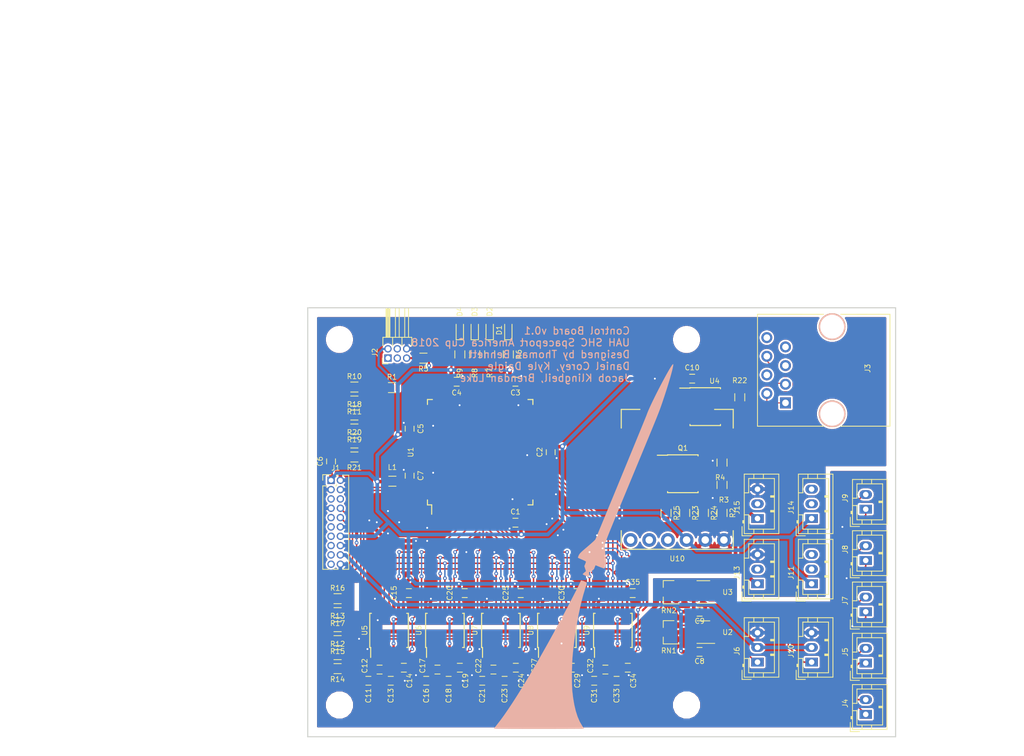
<source format=kicad_pcb>
(kicad_pcb (version 20171130) (host pcbnew "(5.0.0-rc2-dev-185-g935a5ca)")
  (layers (0 F.Cu signal) (31 B.Cu signal) (34 B.Paste user) (35 F.Paste user) (36 B.SilkS user) (37 F.SilkS user) (38 B.Mask user) (39 F.Mask user) (44 Edge.Cuts user))
  (net 0 "")
  (net 1 +3V3)
  (net 2 GND)
  (net 3 /UMB_VCC)
  (net 4 /BAT_VCC)
  (net 5 /BAT_BAK_VCC)
  (net 6 +12V)
  (net 7 /TC1_T-)
  (net 8 /TC1_T+)
  (net 9 /TC2_T-)
  (net 10 /TC2_T+)
  (net 11 /TC3_T-)
  (net 12 /TC3_T+)
  (net 13 /TC4_T-)
  (net 14 /TC4_T+)
  (net 15 /TC5_T-)
  (net 16 /TC5_T+)
  (net 17 /PDI_DATA)
  (net 18 /PDI_CLK)
  (net 19 /BOARD_TX+)
  (net 20 /GPS_TX)
  (net 21 /BOARD_RX+)
  (net 22 /GPS_RX)
  (net 23 /SERVO2_OP_SW)
  (net 24 /GNC_INST)
  (net 25 /BOARD_RX-)
  (net 26 /BOARD_TX-)
  (net 27 /GNC_RX)
  (net 28 /XBEE_RX)
  (net 29 /GNC_TX)
  (net 30 /XBEE_TX)
  (net 31 /SERVO1_CL_SW)
  (net 32 /SERVO2_CL_SW)
  (net 33 /SERVO1_OP_SW)
  (net 34 /PT2_IN)
  (net 35 /PT1_IN)
  (net 36 /SERVO1_PWM)
  (net 37 /SERVO2_PWM)
  (net 38 /SERVO2_CTRL)
  (net 39 /SERVO1_CTRL)
  (net 40 /LED_R)
  (net 41 /LED_G)
  (net 42 /LED_B)
  (net 43 /V_UMB_ADC)
  (net 44 /V_BAT2_ADC)
  (net 45 /V_BAT1_ADC)
  (net 46 /V_3.3_ADC)
  (net 47 /V_SUPPLY_ADC)
  (net 48 /V_PT_ADC)
  (net 49 "Net-(RN1-Pad2)")
  (net 50 /PT1_ADC)
  (net 51 "Net-(RN2-Pad2)")
  (net 52 /PT2_ADC)
  (net 53 /MODE_SW)
  (net 54 /TC1_DRDY)
  (net 55 /TC2_CS)
  (net 56 /TC2_DRDY)
  (net 57 /TC4_CS)
  (net 58 /TC4_DRDY)
  (net 59 /TC3_CS)
  (net 60 /TC3_DRDY)
  (net 61 /MOSI1)
  (net 62 /MISO1)
  (net 63 /SCK1)
  (net 64 /BOARD_RX)
  (net 65 /BOARD_TX)
  (net 66 /TC5_CS)
  (net 67 /TC5_DRDY)
  (net 68 /TC1_CS)
  (net 69 /VCC_IN)
  (net 70 "Net-(C7-Pad2)")
  (net 71 "Net-(D1-Pad1)")
  (net 72 "Net-(D2-Pad1)")
  (net 73 "Net-(D3-Pad1)")
  (net 74 "Net-(D4-Pad1)")
  (net 75 "Net-(J2-Pad3)")
  (net 76 "Net-(J2-Pad4)")
  (net 77 "Net-(J3-Pad4)")
  (net 78 "Net-(J3-Pad5)")
  (net 79 "Net-(J3-Pad7)")
  (net 80 "Net-(J3-Pad8)")
  (net 81 "Net-(J13-Pad2)")
  (net 82 "Net-(J15-Pad2)")
  (net 83 /OPENLOG_TX)
  (net 84 /OPENLOG_RX)
  (net 85 "Net-(U1-Pad20)")
  (net 86 "Net-(U1-Pad40)")
  (net 87 "Net-(U1-Pad41)")
  (net 88 "Net-(U1-Pad51)")
  (net 89 "Net-(U1-Pad54)")
  (net 90 "Net-(U1-Pad55)")
  (net 91 "Net-(U1-Pad58)")
  (net 92 "Net-(U1-Pad59)")
  (net 93 "Net-(U5-Pad13)")
  (net 94 "Net-(U6-Pad13)")
  (net 95 "Net-(U7-Pad13)")
  (net 96 "Net-(U8-Pad13)")
  (net 97 "Net-(U9-Pad13)")
  (net 98 "Net-(U10-Pad1)")
  (module "Custom Parts:Logo_v3" (layer B.Cu) (at 214.122 132.842 180)
    (fp_text reference SYM1 hide)
    (fp_text value SYM_Arrow45_Large hide)
  )
  (module Connectors_JST:JST_PH_B2B-PH-K_02x2.00mm_Straight (layer F.Cu) (at 252.476 155.702 90)
    (fp_text reference J4 (at 1.5 -2.8 90) (layer F.SilkS) (effects (font (size 0.7 0.7) (thickness 0.1))))
    (fp_text value Conn_01x02)
    (pad 2 thru_hole oval (at 2 0 90) (size 1.2 1.7) (drill 0.75) (layers *.Cu *.Mask) (net 8 /TC1_T+))
    (pad 1 thru_hole rect (at 0 0 90) (size 1.2 1.7) (drill 0.75) (layers *.Cu *.Mask) (net 7 /TC1_T-))
  )
  (module Connectors_JST:JST_PH_B2B-PH-K_02x2.00mm_Straight (layer F.Cu) (at 252.476 148.717 90)
    (fp_text reference J5 (at 1.5 -2.8 90) (layer F.SilkS) (effects (font (size 0.7 0.7) (thickness 0.1))))
    (fp_text value Conn_01x02)
    (pad 1 thru_hole rect (at 0 0 90) (size 1.2 1.7) (drill 0.75) (layers *.Cu *.Mask) (net 9 /TC2_T-))
    (pad 2 thru_hole oval (at 2 0 90) (size 1.2 1.7) (drill 0.75) (layers *.Cu *.Mask) (net 10 /TC2_T+))
  )
  (module Connectors_JST:JST_PH_B2B-PH-K_02x2.00mm_Straight (layer F.Cu) (at 252.476 141.732 90)
    (fp_text reference J7 (at 1.5 -2.8 90) (layer F.SilkS) (effects (font (size 0.7 0.7) (thickness 0.1))))
    (fp_text value Conn_01x02)
    (pad 2 thru_hole oval (at 2 0 90) (size 1.2 1.7) (drill 0.75) (layers *.Cu *.Mask) (net 12 /TC3_T+))
    (pad 1 thru_hole rect (at 0 0 90) (size 1.2 1.7) (drill 0.75) (layers *.Cu *.Mask) (net 11 /TC3_T-))
  )
  (module Connectors_JST:JST_PH_B2B-PH-K_02x2.00mm_Straight (layer F.Cu) (at 252.476 127.762 90)
    (fp_text reference J9 (at 1.5 -2.8 90) (layer F.SilkS) (effects (font (size 0.7 0.7) (thickness 0.1))))
    (fp_text value Conn_01x02)
    (pad 1 thru_hole rect (at 0 0 90) (size 1.2 1.7) (drill 0.75) (layers *.Cu *.Mask) (net 15 /TC5_T-))
    (pad 2 thru_hole oval (at 2 0 90) (size 1.2 1.7) (drill 0.75) (layers *.Cu *.Mask) (net 16 /TC5_T+))
  )
  (module Connectors_JST:JST_PH_B2B-PH-K_02x2.00mm_Straight (layer F.Cu) (at 252.476 134.747 90)
    (fp_text reference J8 (at 1.5 -2.8 90) (layer F.SilkS) (effects (font (size 0.7 0.7) (thickness 0.1))))
    (fp_text value Conn_01x02)
    (pad 2 thru_hole oval (at 2 0 90) (size 1.2 1.7) (drill 0.75) (layers *.Cu *.Mask) (net 14 /TC4_T+))
    (pad 1 thru_hole rect (at 0 0 90) (size 1.2 1.7) (drill 0.75) (layers *.Cu *.Mask) (net 13 /TC4_T-))
  )
  (module Connectors_JST:JST_PH_B3B-PH-K_03x2.00mm_Straight (layer F.Cu) (at 237.744 129.032 90)
    (fp_text reference J15 (at 1.5 -2.8 90) (layer F.SilkS) (effects (font (size 0.7 0.7) (thickness 0.1))))
    (fp_text value Conn_01x03)
    (pad 1 thru_hole rect (at 0 0 90) (size 1.2 1.7) (drill 0.75) (layers *.Cu *.Mask) (net 39 /SERVO1_CTRL))
    (pad 2 thru_hole oval (at 2 0 90) (size 1.2 1.7) (drill 0.75) (layers *.Cu *.Mask) (net 82 "Net-(J15-Pad2)"))
    (pad 3 thru_hole oval (at 4 0 90) (size 1.2 1.7) (drill 0.75) (layers *.Cu *.Mask) (net 2 GND))
  )
  (module Connectors_JST:JST_PH_B3B-PH-K_03x2.00mm_Straight (layer F.Cu) (at 245.11 129.032 90)
    (fp_text reference J14 (at 1.5 -2.8 90) (layer F.SilkS) (effects (font (size 0.7 0.7) (thickness 0.1))))
    (fp_text value Conn_01x03)
    (pad 3 thru_hole oval (at 4 0 90) (size 1.2 1.7) (drill 0.75) (layers *.Cu *.Mask) (net 31 /SERVO1_CL_SW))
    (pad 2 thru_hole oval (at 2 0 90) (size 1.2 1.7) (drill 0.75) (layers *.Cu *.Mask) (net 33 /SERVO1_OP_SW))
    (pad 1 thru_hole rect (at 0 0 90) (size 1.2 1.7) (drill 0.75) (layers *.Cu *.Mask) (net 1 +3V3))
  )
  (module Connectors_JST:JST_PH_B3B-PH-K_03x2.00mm_Straight (layer F.Cu) (at 237.744 137.922 90)
    (fp_text reference J13 (at 1.5 -2.8 90) (layer F.SilkS) (effects (font (size 0.7 0.7) (thickness 0.1))))
    (fp_text value Conn_01x03)
    (pad 1 thru_hole rect (at 0 0 90) (size 1.2 1.7) (drill 0.75) (layers *.Cu *.Mask) (net 38 /SERVO2_CTRL))
    (pad 2 thru_hole oval (at 2 0 90) (size 1.2 1.7) (drill 0.75) (layers *.Cu *.Mask) (net 81 "Net-(J13-Pad2)"))
    (pad 3 thru_hole oval (at 4 0 90) (size 1.2 1.7) (drill 0.75) (layers *.Cu *.Mask) (net 2 GND))
  )
  (module Connectors_JST:JST_PH_B3B-PH-K_03x2.00mm_Straight (layer F.Cu) (at 245.11 137.922 90)
    (fp_text reference J11 (at 1.5 -2.8 90) (layer F.SilkS) (effects (font (size 0.7 0.7) (thickness 0.1))))
    (fp_text value Conn_01x03)
    (pad 3 thru_hole oval (at 4 0 90) (size 1.2 1.7) (drill 0.75) (layers *.Cu *.Mask) (net 32 /SERVO2_CL_SW))
    (pad 2 thru_hole oval (at 2 0 90) (size 1.2 1.7) (drill 0.75) (layers *.Cu *.Mask) (net 23 /SERVO2_OP_SW))
    (pad 1 thru_hole rect (at 0 0 90) (size 1.2 1.7) (drill 0.75) (layers *.Cu *.Mask) (net 1 +3V3))
  )
  (module Connectors_JST:JST_PH_B3B-PH-K_03x2.00mm_Straight (layer F.Cu) (at 245.11 148.59 90)
    (fp_text reference J10 (at 1.5 -2.8 90) (layer F.SilkS) (effects (font (size 0.7 0.7) (thickness 0.1))))
    (fp_text value Conn_01x03)
    (pad 1 thru_hole rect (at 0 0 90) (size 1.2 1.7) (drill 0.75) (layers *.Cu *.Mask) (net 34 /PT2_IN))
    (pad 2 thru_hole oval (at 2 0 90) (size 1.2 1.7) (drill 0.75) (layers *.Cu *.Mask) (net 6 +12V))
    (pad 3 thru_hole oval (at 4 0 90) (size 1.2 1.7) (drill 0.75) (layers *.Cu *.Mask) (net 2 GND))
  )
  (module Connectors_JST:JST_PH_B3B-PH-K_03x2.00mm_Straight (layer F.Cu) (at 237.744 148.59 90)
    (fp_text reference J6 (at 1.5 -2.8 90) (layer F.SilkS) (effects (font (size 0.7 0.7) (thickness 0.1))))
    (fp_text value Conn_01x03)
    (pad 3 thru_hole oval (at 4 0 90) (size 1.2 1.7) (drill 0.75) (layers *.Cu *.Mask) (net 2 GND))
    (pad 2 thru_hole oval (at 2 0 90) (size 1.2 1.7) (drill 0.75) (layers *.Cu *.Mask) (net 6 +12V))
    (pad 1 thru_hole rect (at 0 0 90) (size 1.2 1.7) (drill 0.75) (layers *.Cu *.Mask) (net 35 /PT1_IN))
  )
  (module Mounting_Holes:MountingHole_3.2mm_M3 (layer F.Cu) (at 228.092 154.432)
    (fp_text reference H3 hide)
    (fp_text value Mounting_Hole)
    (pad 1 np_thru_hole circle (at 0 0) (size 3.2 3.2) (drill 3.2) (layers *.Cu *.Mask))
  )
  (module Mounting_Holes:MountingHole_3.2mm_M3 (layer F.Cu) (at 228.092 104.648)
    (fp_text reference H2 hide)
    (fp_text value Mounting_Hole)
    (pad 1 np_thru_hole circle (at 0 0) (size 3.2 3.2) (drill 3.2) (layers *.Cu *.Mask))
  )
  (module Mounting_Holes:MountingHole_3.2mm_M3 (layer F.Cu) (at 180.848 154.432)
    (fp_text reference H4 hide)
    (fp_text value Mounting_Hole)
    (pad 1 np_thru_hole circle (at 0 0) (size 3.2 3.2) (drill 3.2) (layers *.Cu *.Mask))
  )
  (module Mounting_Holes:MountingHole_3.2mm_M3 (layer F.Cu) (at 180.848 104.648)
    (fp_text reference H1 hide)
    (fp_text value Mounting_Hole)
    (pad 1 np_thru_hole circle (at 0 0) (size 3.2 3.2) (drill 3.2) (layers *.Cu *.Mask))
  )
  (module Capacitors_SMD:C_0603 (layer F.Cu) (at 204.8 129.6)
    (fp_text reference C1 (at 0 -1.5) (layer F.SilkS) (effects (font (size 0.7 0.7) (thickness 0.1))))
    (fp_text value "0.1 uF")
    (pad 2 smd rect (at 0.75 0) (size 0.8 0.75) (layers F.Cu F.Paste F.Mask) (net 1 +3V3))
    (pad 1 smd rect (at -0.75 0) (size 0.8 0.75) (layers F.Cu F.Paste F.Mask) (net 2 GND))
  )
  (module Capacitors_SMD:C_0603 (layer F.Cu) (at 209.6 120 90)
    (fp_text reference C2 (at 0 -1.5 90) (layer F.SilkS) (effects (font (size 0.7 0.7) (thickness 0.1))))
    (fp_text value "0.1 uF")
    (pad 2 smd rect (at 0.75 0 90) (size 0.8 0.75) (layers F.Cu F.Paste F.Mask) (net 1 +3V3))
    (pad 1 smd rect (at -0.75 0 90) (size 0.8 0.75) (layers F.Cu F.Paste F.Mask) (net 2 GND))
  )
  (module Capacitors_SMD:C_0603 (layer F.Cu) (at 204.8 110.4 180)
    (fp_text reference C3 (at 0 -1.5 180) (layer F.SilkS) (effects (font (size 0.7 0.7) (thickness 0.1))))
    (fp_text value "0.1 uF")
    (pad 2 smd rect (at 0.75 0 180) (size 0.8 0.75) (layers F.Cu F.Paste F.Mask) (net 1 +3V3))
    (pad 1 smd rect (at -0.75 0 180) (size 0.8 0.75) (layers F.Cu F.Paste F.Mask) (net 2 GND))
  )
  (module Capacitors_SMD:C_0603 (layer F.Cu) (at 196.8 110.4 180)
    (fp_text reference C4 (at 0 -1.5 180) (layer F.SilkS) (effects (font (size 0.7 0.7) (thickness 0.1))))
    (fp_text value "0.1 uF")
    (pad 2 smd rect (at 0.75 0 180) (size 0.8 0.75) (layers F.Cu F.Paste F.Mask) (net 1 +3V3))
    (pad 1 smd rect (at -0.75 0 180) (size 0.8 0.75) (layers F.Cu F.Paste F.Mask) (net 2 GND))
  )
  (module Capacitors_SMD:C_0603 (layer F.Cu) (at 190.4 116.8 270)
    (fp_text reference C5 (at 0 -1.5 270) (layer F.SilkS) (effects (font (size 0.7 0.7) (thickness 0.1))))
    (fp_text value "0.1 uF")
    (pad 2 smd rect (at 0.75 0 270) (size 0.8 0.75) (layers F.Cu F.Paste F.Mask) (net 1 +3V3))
    (pad 1 smd rect (at -0.75 0 270) (size 0.8 0.75) (layers F.Cu F.Paste F.Mask) (net 2 GND))
  )
  (module Capacitors_SMD:C_0603 (layer F.Cu) (at 179.705 121.25 90)
    (fp_text reference C6 (at 0 -1.5 90) (layer F.SilkS) (effects (font (size 0.7 0.7) (thickness 0.1))))
    (fp_text value "10 uF")
    (pad 2 smd rect (at 0.75 0 90) (size 0.8 0.75) (layers F.Cu F.Paste F.Mask) (net 2 GND))
    (pad 1 smd rect (at -0.75 0 90) (size 0.8 0.75) (layers F.Cu F.Paste F.Mask) (net 1 +3V3))
  )
  (module Capacitors_SMD:C_0603 (layer F.Cu) (at 190.4 123.2 270)
    (fp_text reference C7 (at 0 -1.5 270) (layer F.SilkS) (effects (font (size 0.7 0.7) (thickness 0.1))))
    (fp_text value "0.1 uF")
    (pad 1 smd rect (at -0.75 0 270) (size 0.8 0.75) (layers F.Cu F.Paste F.Mask) (net 2 GND))
    (pad 2 smd rect (at 0.75 0 270) (size 0.8 0.75) (layers F.Cu F.Paste F.Mask) (net 70 "Net-(C7-Pad2)"))
  )
  (module Capacitors_SMD:C_0603 (layer F.Cu) (at 229.858 147.193 180)
    (fp_text reference C8 (at 0 -1.27 180) (layer F.SilkS) (effects (font (size 0.7 0.7) (thickness 0.1))))
    (fp_text value "0.1 uF")
    (pad 2 smd rect (at 0.75 0 180) (size 0.8 0.75) (layers F.Cu F.Paste F.Mask) (net 6 +12V))
    (pad 1 smd rect (at -0.75 0 180) (size 0.8 0.75) (layers F.Cu F.Paste F.Mask) (net 2 GND))
  )
  (module Capacitors_SMD:C_0603 (layer F.Cu) (at 229.87 141.732 180)
    (fp_text reference C9 (at 0 -1.27 180) (layer F.SilkS) (effects (font (size 0.7 0.7) (thickness 0.1))))
    (fp_text value "0.1 uF")
    (pad 2 smd rect (at 0.75 0 180) (size 0.8 0.75) (layers F.Cu F.Paste F.Mask) (net 6 +12V))
    (pad 1 smd rect (at -0.75 0 180) (size 0.8 0.75) (layers F.Cu F.Paste F.Mask) (net 2 GND))
  )
  (module Capacitors_SMD:C_0603 (layer F.Cu) (at 228.854 109.982)
    (fp_text reference C10 (at 0 -1.5) (layer F.SilkS) (effects (font (size 0.7 0.7) (thickness 0.1))))
    (fp_text value "0.1 uF")
    (pad 2 smd rect (at 0.75 0) (size 0.8 0.75) (layers F.Cu F.Paste F.Mask) (net 2 GND))
    (pad 1 smd rect (at -0.75 0) (size 0.8 0.75) (layers F.Cu F.Paste F.Mask) (net 1 +3V3))
  )
  (module Capacitors_SMD:C_0603 (layer F.Cu) (at 184.785 151.13)
    (fp_text reference C11 (at 0 2.032 90) (layer F.SilkS) (effects (font (size 0.7 0.7) (thickness 0.1))))
    (fp_text value "0.01 uF")
    (pad 2 smd rect (at 0.75 0) (size 0.8 0.75) (layers F.Cu F.Paste F.Mask) (net 7 /TC1_T-))
    (pad 1 smd rect (at -0.75 0) (size 0.8 0.75) (layers F.Cu F.Paste F.Mask) (net 2 GND))
  )
  (module Capacitors_SMD:C_0603 (layer F.Cu) (at 186.309 149.606)
    (fp_text reference C12 (at -2.032 -0.508 90) (layer F.SilkS) (effects (font (size 0.7 0.7) (thickness 0.1))))
    (fp_text value "0.1 uF")
    (pad 2 smd rect (at 0.75 0) (size 0.8 0.75) (layers F.Cu F.Paste F.Mask) (net 8 /TC1_T+))
    (pad 1 smd rect (at -0.75 0) (size 0.8 0.75) (layers F.Cu F.Paste F.Mask) (net 7 /TC1_T-))
  )
  (module Capacitors_SMD:C_0603 (layer F.Cu) (at 187.833 151.13)
    (fp_text reference C13 (at 0 2.032 90) (layer F.SilkS) (effects (font (size 0.7 0.7) (thickness 0.1))))
    (fp_text value "0.01 uF")
    (pad 2 smd rect (at 0.75 0) (size 0.8 0.75) (layers F.Cu F.Paste F.Mask) (net 2 GND))
    (pad 1 smd rect (at -0.75 0) (size 0.8 0.75) (layers F.Cu F.Paste F.Mask) (net 8 /TC1_T+))
  )
  (module Capacitors_SMD:C_0603 (layer F.Cu) (at 189.611 149.352)
    (fp_text reference C14 (at 0.762 1.778 90) (layer F.SilkS) (effects (font (size 0.7 0.7) (thickness 0.1))))
    (fp_text value "0.1 uF")
    (pad 2 smd rect (at 0.75 0) (size 0.8 0.75) (layers F.Cu F.Paste F.Mask) (net 2 GND))
    (pad 1 smd rect (at -0.75 0) (size 0.8 0.75) (layers F.Cu F.Paste F.Mask) (net 1 +3V3))
  )
  (module Capacitors_SMD:C_0603 (layer F.Cu) (at 190.296896 139.192)
    (fp_text reference C15 (at -2.032 0 90) (layer F.SilkS) (effects (font (size 0.7 0.7) (thickness 0.1))))
    (fp_text value "0.1 uF")
    (pad 2 smd rect (at 0.75 0) (size 0.8 0.75) (layers F.Cu F.Paste F.Mask) (net 2 GND))
    (pad 1 smd rect (at -0.75 0) (size 0.8 0.75) (layers F.Cu F.Paste F.Mask) (net 1 +3V3))
  )
  (module Capacitors_SMD:C_0603 (layer F.Cu) (at 192.659 151.13)
    (fp_text reference C16 (at 0 2.032 90) (layer F.SilkS) (effects (font (size 0.7 0.7) (thickness 0.1))))
    (fp_text value "0.01 uF")
    (pad 2 smd rect (at 0.75 0) (size 0.8 0.75) (layers F.Cu F.Paste F.Mask) (net 9 /TC2_T-))
    (pad 1 smd rect (at -0.75 0) (size 0.8 0.75) (layers F.Cu F.Paste F.Mask) (net 2 GND))
  )
  (module Capacitors_SMD:C_0603 (layer F.Cu) (at 194.183 149.606)
    (fp_text reference C17 (at -2.032 -0.508 90) (layer F.SilkS) (effects (font (size 0.7 0.7) (thickness 0.1))))
    (fp_text value "0.1 uF")
    (pad 2 smd rect (at 0.75 0) (size 0.8 0.75) (layers F.Cu F.Paste F.Mask) (net 10 /TC2_T+))
    (pad 1 smd rect (at -0.75 0) (size 0.8 0.75) (layers F.Cu F.Paste F.Mask) (net 9 /TC2_T-))
  )
  (module Capacitors_SMD:C_0603 (layer F.Cu) (at 195.707 151.13)
    (fp_text reference C18 (at 0 2.032 90) (layer F.SilkS) (effects (font (size 0.7 0.7) (thickness 0.1))))
    (fp_text value "0.01 uF")
    (pad 2 smd rect (at 0.75 0) (size 0.8 0.75) (layers F.Cu F.Paste F.Mask) (net 2 GND))
    (pad 1 smd rect (at -0.75 0) (size 0.8 0.75) (layers F.Cu F.Paste F.Mask) (net 10 /TC2_T+))
  )
  (module Capacitors_SMD:C_0603 (layer F.Cu) (at 197.231 149.352)
    (fp_text reference C19 (at 0.762 1.778 90) (layer F.SilkS) (effects (font (size 0.7 0.7) (thickness 0.1))))
    (fp_text value "0.1 uF")
    (pad 2 smd rect (at 0.75 0) (size 0.8 0.75) (layers F.Cu F.Paste F.Mask) (net 2 GND))
    (pad 1 smd rect (at -0.75 0) (size 0.8 0.75) (layers F.Cu F.Paste F.Mask) (net 1 +3V3))
  )
  (module Capacitors_SMD:C_0603 (layer F.Cu) (at 197.899 139.192)
    (fp_text reference C20 (at -2.032 0 90) (layer F.SilkS) (effects (font (size 0.7 0.7) (thickness 0.1))))
    (fp_text value "0.1 uF")
    (pad 2 smd rect (at 0.75 0) (size 0.8 0.75) (layers F.Cu F.Paste F.Mask) (net 2 GND))
    (pad 1 smd rect (at -0.75 0) (size 0.8 0.75) (layers F.Cu F.Paste F.Mask) (net 1 +3V3))
  )
  (module Capacitors_SMD:C_0603 (layer F.Cu) (at 200.279 151.13)
    (fp_text reference C21 (at 0 2.032 90) (layer F.SilkS) (effects (font (size 0.7 0.7) (thickness 0.1))))
    (fp_text value "0.01 uF")
    (pad 2 smd rect (at 0.75 0) (size 0.8 0.75) (layers F.Cu F.Paste F.Mask) (net 11 /TC3_T-))
    (pad 1 smd rect (at -0.75 0) (size 0.8 0.75) (layers F.Cu F.Paste F.Mask) (net 2 GND))
  )
  (module Capacitors_SMD:C_0603 (layer F.Cu) (at 201.803 149.606)
    (fp_text reference C22 (at -2.032 -0.508 90) (layer F.SilkS) (effects (font (size 0.7 0.7) (thickness 0.1))))
    (fp_text value "0.1 uF")
    (pad 2 smd rect (at 0.75 0) (size 0.8 0.75) (layers F.Cu F.Paste F.Mask) (net 12 /TC3_T+))
    (pad 1 smd rect (at -0.75 0) (size 0.8 0.75) (layers F.Cu F.Paste F.Mask) (net 11 /TC3_T-))
  )
  (module Capacitors_SMD:C_0603 (layer F.Cu) (at 203.327 151.13)
    (fp_text reference C23 (at 0 2.032 90) (layer F.SilkS) (effects (font (size 0.7 0.7) (thickness 0.1))))
    (fp_text value "0.01 uF")
    (pad 2 smd rect (at 0.75 0) (size 0.8 0.75) (layers F.Cu F.Paste F.Mask) (net 2 GND))
    (pad 1 smd rect (at -0.75 0) (size 0.8 0.75) (layers F.Cu F.Paste F.Mask) (net 12 /TC3_T+))
  )
  (module Capacitors_SMD:C_0603 (layer F.Cu) (at 204.851 149.352)
    (fp_text reference C24 (at 0.762 1.778 90) (layer F.SilkS) (effects (font (size 0.7 0.7) (thickness 0.1))))
    (fp_text value "0.1 uF")
    (pad 2 smd rect (at 0.75 0) (size 0.8 0.75) (layers F.Cu F.Paste F.Mask) (net 2 GND))
    (pad 1 smd rect (at -0.75 0) (size 0.8 0.75) (layers F.Cu F.Paste F.Mask) (net 1 +3V3))
  )
  (module Capacitors_SMD:C_0603 (layer F.Cu) (at 205.519 139.192)
    (fp_text reference C25 (at -2.032 0 90) (layer F.SilkS) (effects (font (size 0.7 0.7) (thickness 0.1))))
    (fp_text value "0.1 uF")
    (pad 2 smd rect (at 0.75 0) (size 0.8 0.75) (layers F.Cu F.Paste F.Mask) (net 2 GND))
    (pad 1 smd rect (at -0.75 0) (size 0.8 0.75) (layers F.Cu F.Paste F.Mask) (net 1 +3V3))
  )
  (module Capacitors_SMD:C_0603 (layer F.Cu) (at 207.899 151.13)
    (fp_text reference C26 (at 0 2.032 90) (layer F.SilkS) (effects (font (size 0.7 0.7) (thickness 0.1))))
    (fp_text value "0.01 uF")
    (pad 2 smd rect (at 0.75 0) (size 0.8 0.75) (layers F.Cu F.Paste F.Mask) (net 13 /TC4_T-))
    (pad 1 smd rect (at -0.75 0) (size 0.8 0.75) (layers F.Cu F.Paste F.Mask) (net 2 GND))
  )
  (module Capacitors_SMD:C_0603 (layer F.Cu) (at 209.423 149.606)
    (fp_text reference C27 (at -2.032 -0.508 90) (layer F.SilkS) (effects (font (size 0.7 0.7) (thickness 0.1))))
    (fp_text value "0.1 uF")
    (pad 2 smd rect (at 0.75 0) (size 0.8 0.75) (layers F.Cu F.Paste F.Mask) (net 14 /TC4_T+))
    (pad 1 smd rect (at -0.75 0) (size 0.8 0.75) (layers F.Cu F.Paste F.Mask) (net 13 /TC4_T-))
  )
  (module Capacitors_SMD:C_0603 (layer F.Cu) (at 210.947 151.13)
    (fp_text reference C28 (at 0 -2.032 90) (layer F.SilkS) (effects (font (size 0.7 0.7) (thickness 0.1))))
    (fp_text value "0.01 uF")
    (pad 2 smd rect (at 0.75 0) (size 0.8 0.75) (layers F.Cu F.Paste F.Mask) (net 2 GND))
    (pad 1 smd rect (at -0.75 0) (size 0.8 0.75) (layers F.Cu F.Paste F.Mask) (net 14 /TC4_T+))
  )
  (module Capacitors_SMD:C_0603 (layer F.Cu) (at 212.471 149.352)
    (fp_text reference C29 (at 0.762 1.778 90) (layer F.SilkS) (effects (font (size 0.7 0.7) (thickness 0.1))))
    (fp_text value "0.1 uF")
    (pad 2 smd rect (at 0.75 0) (size 0.8 0.75) (layers F.Cu F.Paste F.Mask) (net 2 GND))
    (pad 1 smd rect (at -0.75 0) (size 0.8 0.75) (layers F.Cu F.Paste F.Mask) (net 1 +3V3))
  )
  (module Capacitors_SMD:C_0603 (layer F.Cu) (at 213.139 139.192)
    (fp_text reference C30 (at -2.032 0 90) (layer F.SilkS) (effects (font (size 0.7 0.7) (thickness 0.1))))
    (fp_text value "0.1 uF")
    (pad 2 smd rect (at 0.75 0) (size 0.8 0.75) (layers F.Cu F.Paste F.Mask) (net 2 GND))
    (pad 1 smd rect (at -0.75 0) (size 0.8 0.75) (layers F.Cu F.Paste F.Mask) (net 1 +3V3))
  )
  (module Capacitors_SMD:C_0603 (layer F.Cu) (at 215.519 151.13)
    (fp_text reference C31 (at 0 2.032 90) (layer F.SilkS) (effects (font (size 0.7 0.7) (thickness 0.1))))
    (fp_text value "0.01 uF")
    (pad 2 smd rect (at 0.75 0) (size 0.8 0.75) (layers F.Cu F.Paste F.Mask) (net 15 /TC5_T-))
    (pad 1 smd rect (at -0.75 0) (size 0.8 0.75) (layers F.Cu F.Paste F.Mask) (net 2 GND))
  )
  (module Capacitors_SMD:C_0603 (layer F.Cu) (at 217.043 149.606)
    (fp_text reference C32 (at -2.032 -0.508 90) (layer F.SilkS) (effects (font (size 0.7 0.7) (thickness 0.1))))
    (fp_text value "0.1 uF")
    (pad 2 smd rect (at 0.75 0) (size 0.8 0.75) (layers F.Cu F.Paste F.Mask) (net 16 /TC5_T+))
    (pad 1 smd rect (at -0.75 0) (size 0.8 0.75) (layers F.Cu F.Paste F.Mask) (net 15 /TC5_T-))
  )
  (module Capacitors_SMD:C_0603 (layer F.Cu) (at 218.567 151.13)
    (fp_text reference C33 (at 0 2.032 90) (layer F.SilkS) (effects (font (size 0.7 0.7) (thickness 0.1))))
    (fp_text value "0.01 uF")
    (pad 2 smd rect (at 0.75 0) (size 0.8 0.75) (layers F.Cu F.Paste F.Mask) (net 2 GND))
    (pad 1 smd rect (at -0.75 0) (size 0.8 0.75) (layers F.Cu F.Paste F.Mask) (net 16 /TC5_T+))
  )
  (module Capacitors_SMD:C_0603 (layer F.Cu) (at 220.091 149.352)
    (fp_text reference C34 (at 0.762 1.778 90) (layer F.SilkS) (effects (font (size 0.7 0.7) (thickness 0.1))))
    (fp_text value "0.1 uF")
    (pad 2 smd rect (at 0.75 0) (size 0.8 0.75) (layers F.Cu F.Paste F.Mask) (net 2 GND))
    (pad 1 smd rect (at -0.75 0) (size 0.8 0.75) (layers F.Cu F.Paste F.Mask) (net 1 +3V3))
  )
  (module Capacitors_SMD:C_0603 (layer F.Cu) (at 220.759 139.192)
    (fp_text reference C35 (at 0 -1.5) (layer F.SilkS) (effects (font (size 0.7 0.7) (thickness 0.1))))
    (fp_text value "0.1 uF")
    (pad 2 smd rect (at 0.75 0) (size 0.8 0.75) (layers F.Cu F.Paste F.Mask) (net 2 GND))
    (pad 1 smd rect (at -0.75 0) (size 0.8 0.75) (layers F.Cu F.Paste F.Mask) (net 1 +3V3))
  )
  (module LEDs:LED_0603 (layer F.Cu) (at 201.295 103.378 90)
    (fp_text reference D2 (at 2.54 0 90) (layer F.SilkS) (effects (font (size 0.7 0.7) (thickness 0.1))))
    (fp_text value LED_R)
    (pad 2 smd rect (at 0.8 0 270) (size 0.8 0.8) (layers F.Cu F.Paste F.Mask) (net 1 +3V3))
    (pad 1 smd rect (at -0.8 0 270) (size 0.8 0.8) (layers F.Cu F.Paste F.Mask) (net 72 "Net-(D2-Pad1)"))
  )
  (module LEDs:LED_0603 (layer F.Cu) (at 199.263 103.378 90)
    (fp_text reference D3 (at 2.54 0 90) (layer F.SilkS) (effects (font (size 0.7 0.7) (thickness 0.1))))
    (fp_text value LED_G)
    (pad 2 smd rect (at 0.8 0 270) (size 0.8 0.8) (layers F.Cu F.Paste F.Mask) (net 1 +3V3))
    (pad 1 smd rect (at -0.8 0 270) (size 0.8 0.8) (layers F.Cu F.Paste F.Mask) (net 73 "Net-(D3-Pad1)"))
  )
  (module LEDs:LED_0603 (layer F.Cu) (at 197.231 103.378 90)
    (fp_text reference D4 (at 2.54 0 90) (layer F.SilkS) (effects (font (size 0.7 0.7) (thickness 0.1))))
    (fp_text value LED_B)
    (pad 2 smd rect (at 0.8 0 270) (size 0.8 0.8) (layers F.Cu F.Paste F.Mask) (net 1 +3V3))
    (pad 1 smd rect (at -0.8 0 270) (size 0.8 0.8) (layers F.Cu F.Paste F.Mask) (net 74 "Net-(D4-Pad1)"))
  )
  (module Pin_Headers:Pin_Header_Angled_2x03_Pitch1.27mm (layer F.Cu) (at 187.452 107.188 90)
    (fp_text reference J2 (at 0.762 -1.778 90) (layer F.SilkS) (effects (font (size 0.7 0.7) (thickness 0.1))))
    (fp_text value Conn_02x03_Odd_Even)
    (pad 1 thru_hole rect (at 0 0 90) (size 1 1) (drill 0.65) (layers *.Cu *.Mask) (net 17 /PDI_DATA))
    (pad 2 thru_hole oval (at 1.27 0 90) (size 1 1) (drill 0.65) (layers *.Cu *.Mask) (net 1 +3V3))
    (pad 3 thru_hole oval (at 0 1.27 90) (size 1 1) (drill 0.65) (layers *.Cu *.Mask) (net 75 "Net-(J2-Pad3)"))
    (pad 4 thru_hole oval (at 1.27 1.27 90) (size 1 1) (drill 0.65) (layers *.Cu *.Mask) (net 76 "Net-(J2-Pad4)"))
    (pad 5 thru_hole oval (at 0 2.54 90) (size 1 1) (drill 0.65) (layers *.Cu *.Mask) (net 18 /PDI_CLK))
    (pad 6 thru_hole oval (at 1.27 2.54 90) (size 1 1) (drill 0.65) (layers *.Cu *.Mask) (net 2 GND))
  )
  (module Inductors_SMD:L_0603 (layer F.Cu) (at 188.05 123.95)
    (fp_text reference L1 (at 0 -1.9) (layer F.SilkS) (effects (font (size 0.7 0.7) (thickness 0.1))))
    (fp_text value "27 nH")
    (pad 1 smd rect (at -0.75 0) (size 0.5 0.9) (layers F.Cu F.Paste F.Mask) (net 1 +3V3))
    (pad 2 smd rect (at 0.75 0) (size 0.5 0.9) (layers F.Cu F.Paste F.Mask) (net 70 "Net-(C7-Pad2)"))
  )
  (module Housings_SOIC:SOIC-8_3.9x4.9mm_Pitch1.27mm (layer F.Cu) (at 227.584 122.936)
    (fp_text reference Q1 (at 0 -3.5) (layer F.SilkS) (effects (font (size 0.7 0.7) (thickness 0.1))))
    (fp_text value STS4DNF60L)
    (pad 1 smd rect (at -2.7 -1.905) (size 1.55 0.6) (layers F.Cu F.Paste F.Mask) (net 2 GND))
    (pad 2 smd rect (at -2.7 -0.635) (size 1.55 0.6) (layers F.Cu F.Paste F.Mask) (net 36 /SERVO1_PWM))
    (pad 3 smd rect (at -2.7 0.635) (size 1.55 0.6) (layers F.Cu F.Paste F.Mask) (net 2 GND))
    (pad 4 smd rect (at -2.7 1.905) (size 1.55 0.6) (layers F.Cu F.Paste F.Mask) (net 37 /SERVO2_PWM))
    (pad 5 smd rect (at 2.7 1.905) (size 1.55 0.6) (layers F.Cu F.Paste F.Mask) (net 38 /SERVO2_CTRL))
    (pad 6 smd rect (at 2.7 0.635) (size 1.55 0.6) (layers F.Cu F.Paste F.Mask) (net 38 /SERVO2_CTRL))
    (pad 7 smd rect (at 2.7 -0.635) (size 1.55 0.6) (layers F.Cu F.Paste F.Mask) (net 39 /SERVO1_CTRL))
    (pad 8 smd rect (at 2.7 -1.905) (size 1.55 0.6) (layers F.Cu F.Paste F.Mask) (net 39 /SERVO1_CTRL))
  )
  (module Resistors_SMD:R_0603 (layer F.Cu) (at 232.918 124.46 90)
    (fp_text reference R3 (at -2.032 0.254 180) (layer F.SilkS) (effects (font (size 0.7 0.7) (thickness 0.1))))
    (fp_text value "1 kΩ")
    (pad 1 smd rect (at -0.75 0 90) (size 0.5 0.9) (layers F.Cu F.Paste F.Mask) (net 69 /VCC_IN))
    (pad 2 smd rect (at 0.75 0 90) (size 0.5 0.9) (layers F.Cu F.Paste F.Mask) (net 38 /SERVO2_CTRL))
  )
  (module Resistors_SMD:R_0603 (layer F.Cu) (at 232.918 121.412 90)
    (fp_text reference R4 (at -2.032 -0.254 -180) (layer F.SilkS) (effects (font (size 0.7 0.7) (thickness 0.1))))
    (fp_text value "1 kΩ")
    (pad 1 smd rect (at -0.75 0 90) (size 0.5 0.9) (layers F.Cu F.Paste F.Mask) (net 39 /SERVO1_CTRL))
    (pad 2 smd rect (at 0.75 0 90) (size 0.5 0.9) (layers F.Cu F.Paste F.Mask) (net 69 /VCC_IN))
  )
  (module Resistors_SMD:R_0603 (layer F.Cu) (at 192.278 107.188 180)
    (fp_text reference R5 (at 0 -1.45 180) (layer F.SilkS) (effects (font (size 0.7 0.7) (thickness 0.1))))
    (fp_text value "10 kΩ")
    (pad 1 smd rect (at -0.75 0 180) (size 0.5 0.9) (layers F.Cu F.Paste F.Mask) (net 1 +3V3))
    (pad 2 smd rect (at 0.75 0 180) (size 0.5 0.9) (layers F.Cu F.Paste F.Mask) (net 18 /PDI_CLK))
  )
  (module Resistors_SMD:R_0603 (layer F.Cu) (at 201.295 106.68 270)
    (fp_text reference R7 (at 2.54 0 270) (layer F.SilkS) (effects (font (size 0.7 0.7) (thickness 0.1))))
    (fp_text value "100 Ω")
    (pad 1 smd rect (at -0.75 0 270) (size 0.5 0.9) (layers F.Cu F.Paste F.Mask) (net 72 "Net-(D2-Pad1)"))
    (pad 2 smd rect (at 0.75 0 270) (size 0.5 0.9) (layers F.Cu F.Paste F.Mask) (net 40 /LED_R))
  )
  (module Resistors_SMD:R_0603 (layer F.Cu) (at 199.263 106.68 270)
    (fp_text reference R8 (at 2.54 0 270) (layer F.SilkS) (effects (font (size 0.7 0.7) (thickness 0.1))))
    (fp_text value "100 Ω")
    (pad 1 smd rect (at -0.75 0 270) (size 0.5 0.9) (layers F.Cu F.Paste F.Mask) (net 73 "Net-(D3-Pad1)"))
    (pad 2 smd rect (at 0.75 0 270) (size 0.5 0.9) (layers F.Cu F.Paste F.Mask) (net 41 /LED_G))
  )
  (module Resistors_SMD:R_0603 (layer F.Cu) (at 197.231 106.68 270)
    (fp_text reference R9 (at 2.54 0 270) (layer F.SilkS) (effects (font (size 0.7 0.7) (thickness 0.1))))
    (fp_text value "100 Ω")
    (pad 1 smd rect (at -0.75 0 270) (size 0.5 0.9) (layers F.Cu F.Paste F.Mask) (net 74 "Net-(D4-Pad1)"))
    (pad 2 smd rect (at 0.75 0 270) (size 0.5 0.9) (layers F.Cu F.Paste F.Mask) (net 42 /LED_B))
  )
  (module Resistors_SMD:R_0603 (layer F.Cu) (at 182.88 111.125)
    (fp_text reference R10 (at 0 -1.45) (layer F.SilkS) (effects (font (size 0.7 0.7) (thickness 0.1))))
    (fp_text value "20 kΩ")
    (pad 1 smd rect (at -0.75 0) (size 0.5 0.9) (layers F.Cu F.Paste F.Mask) (net 3 /UMB_VCC))
    (pad 2 smd rect (at 0.75 0) (size 0.5 0.9) (layers F.Cu F.Paste F.Mask) (net 43 /V_UMB_ADC))
  )
  (module Resistors_SMD:R_0603 (layer F.Cu) (at 182.88 113.03 180)
    (fp_text reference R11 (at 0 -1.45 180) (layer F.SilkS) (effects (font (size 0.7 0.7) (thickness 0.1))))
    (fp_text value "1 kΩ")
    (pad 1 smd rect (at -0.75 0 180) (size 0.5 0.9) (layers F.Cu F.Paste F.Mask) (net 43 /V_UMB_ADC))
    (pad 2 smd rect (at 0.75 0 180) (size 0.5 0.9) (layers F.Cu F.Paste F.Mask) (net 2 GND))
  )
  (module Resistors_SMD:R_0603 (layer F.Cu) (at 180.594 147.574)
    (fp_text reference R12 (at 0 -1.45) (layer F.SilkS) (effects (font (size 0.7 0.7) (thickness 0.1))))
    (fp_text value "20 kΩ")
    (pad 1 smd rect (at -0.75 0) (size 0.5 0.9) (layers F.Cu F.Paste F.Mask) (net 5 /BAT_BAK_VCC))
    (pad 2 smd rect (at 0.75 0) (size 0.5 0.9) (layers F.Cu F.Paste F.Mask) (net 44 /V_BAT2_ADC))
  )
  (module Resistors_SMD:R_0603 (layer F.Cu) (at 180.594 143.764)
    (fp_text reference R13 (at 0 -1.45) (layer F.SilkS) (effects (font (size 0.7 0.7) (thickness 0.1))))
    (fp_text value "20 kΩ")
    (pad 1 smd rect (at -0.75 0) (size 0.5 0.9) (layers F.Cu F.Paste F.Mask) (net 4 /BAT_VCC))
    (pad 2 smd rect (at 0.75 0) (size 0.5 0.9) (layers F.Cu F.Paste F.Mask) (net 45 /V_BAT1_ADC))
  )
  (module Resistors_SMD:R_0603 (layer F.Cu) (at 180.594 149.479 180)
    (fp_text reference R14 (at 0 -1.45 180) (layer F.SilkS) (effects (font (size 0.7 0.7) (thickness 0.1))))
    (fp_text value "1 kΩ")
    (pad 1 smd rect (at -0.75 0 180) (size 0.5 0.9) (layers F.Cu F.Paste F.Mask) (net 44 /V_BAT2_ADC))
    (pad 2 smd rect (at 0.75 0 180) (size 0.5 0.9) (layers F.Cu F.Paste F.Mask) (net 2 GND))
  )
  (module Resistors_SMD:R_0603 (layer F.Cu) (at 180.594 145.669 180)
    (fp_text reference R15 (at 0 -1.45 180) (layer F.SilkS) (effects (font (size 0.7 0.7) (thickness 0.1))))
    (fp_text value "1 kΩ")
    (pad 1 smd rect (at -0.75 0 180) (size 0.5 0.9) (layers F.Cu F.Paste F.Mask) (net 45 /V_BAT1_ADC))
    (pad 2 smd rect (at 0.75 0 180) (size 0.5 0.9) (layers F.Cu F.Paste F.Mask) (net 2 GND))
  )
  (module Resistors_SMD:R_0603 (layer F.Cu) (at 180.594 139.954)
    (fp_text reference R16 (at 0 -1.45) (layer F.SilkS) (effects (font (size 0.7 0.7) (thickness 0.1))))
    (fp_text value "4.99 kΩ")
    (pad 1 smd rect (at -0.75 0) (size 0.5 0.9) (layers F.Cu F.Paste F.Mask) (net 1 +3V3))
    (pad 2 smd rect (at 0.75 0) (size 0.5 0.9) (layers F.Cu F.Paste F.Mask) (net 46 /V_3.3_ADC))
  )
  (module Resistors_SMD:R_0603 (layer F.Cu) (at 180.594 141.859 180)
    (fp_text reference R17 (at 0 -1.45 180) (layer F.SilkS) (effects (font (size 0.7 0.7) (thickness 0.1))))
    (fp_text value "1 kΩ")
    (pad 1 smd rect (at -0.75 0 180) (size 0.5 0.9) (layers F.Cu F.Paste F.Mask) (net 46 /V_3.3_ADC))
    (pad 2 smd rect (at 0.75 0 180) (size 0.5 0.9) (layers F.Cu F.Paste F.Mask) (net 2 GND))
  )
  (module Resistors_SMD:R_0603 (layer F.Cu) (at 182.88 114.935)
    (fp_text reference R18 (at 0 -1.45) (layer F.SilkS) (effects (font (size 0.7 0.7) (thickness 0.1))))
    (fp_text value "20 kΩ")
    (pad 1 smd rect (at -0.75 0) (size 0.5 0.9) (layers F.Cu F.Paste F.Mask) (net 69 /VCC_IN))
    (pad 2 smd rect (at 0.75 0) (size 0.5 0.9) (layers F.Cu F.Paste F.Mask) (net 47 /V_SUPPLY_ADC))
  )
  (module Resistors_SMD:R_0603 (layer F.Cu) (at 182.88 116.84 180)
    (fp_text reference R19 (at 0 -1.45 180) (layer F.SilkS) (effects (font (size 0.7 0.7) (thickness 0.1))))
    (fp_text value "1 kΩ")
    (pad 1 smd rect (at -0.75 0 180) (size 0.5 0.9) (layers F.Cu F.Paste F.Mask) (net 47 /V_SUPPLY_ADC))
    (pad 2 smd rect (at 0.75 0 180) (size 0.5 0.9) (layers F.Cu F.Paste F.Mask) (net 2 GND))
  )
  (module Resistors_SMD:R_0603 (layer F.Cu) (at 182.88 118.745)
    (fp_text reference R20 (at 0 -1.45) (layer F.SilkS) (effects (font (size 0.7 0.7) (thickness 0.1))))
    (fp_text value "20 kΩ")
    (pad 1 smd rect (at -0.75 0) (size 0.5 0.9) (layers F.Cu F.Paste F.Mask) (net 6 +12V))
    (pad 2 smd rect (at 0.75 0) (size 0.5 0.9) (layers F.Cu F.Paste F.Mask) (net 48 /V_PT_ADC))
  )
  (module Resistors_SMD:R_0603 (layer F.Cu) (at 182.88 120.65 180)
    (fp_text reference R21 (at 0 -1.45 180) (layer F.SilkS) (effects (font (size 0.7 0.7) (thickness 0.1))))
    (fp_text value "1 kΩ")
    (pad 1 smd rect (at -0.75 0 180) (size 0.5 0.9) (layers F.Cu F.Paste F.Mask) (net 48 /V_PT_ADC))
    (pad 2 smd rect (at 0.75 0 180) (size 0.5 0.9) (layers F.Cu F.Paste F.Mask) (net 2 GND))
  )
  (module Resistors_SMD:R_0603 (layer F.Cu) (at 235.331 112.522 270)
    (fp_text reference R22 (at -2.286 0) (layer F.SilkS) (effects (font (size 0.7 0.7) (thickness 0.1))))
    (fp_text value "100 Ω")
    (pad 1 smd rect (at -0.75 0 270) (size 0.5 0.9) (layers F.Cu F.Paste F.Mask) (net 21 /BOARD_RX+))
    (pad 2 smd rect (at 0.75 0 270) (size 0.5 0.9) (layers F.Cu F.Paste F.Mask) (net 25 /BOARD_RX-))
  )
  (module TO_SOT_Packages_SMD:SOT-23 (layer F.Cu) (at 225.679 144.526 180)
    (fp_text reference RN1 (at 0 -2.5 180) (layer F.SilkS) (effects (font (size 0.7 0.7) (thickness 0.1))))
    (fp_text value "1 kΩ, 5 kΩ")
    (pad 1 smd rect (at -1 -0.95 180) (size 0.9 0.8) (layers F.Cu F.Paste F.Mask) (net 2 GND))
    (pad 2 smd rect (at -1 0.95 180) (size 0.9 0.8) (layers F.Cu F.Paste F.Mask) (net 49 "Net-(RN1-Pad2)"))
    (pad 3 smd rect (at 1 0 180) (size 0.9 0.8) (layers F.Cu F.Paste F.Mask) (net 50 /PT1_ADC))
  )
  (module TO_SOT_Packages_SMD:SOT-23 (layer F.Cu) (at 225.679 139.065 180)
    (fp_text reference RN2 (at 0 -2.5 180) (layer F.SilkS) (effects (font (size 0.7 0.7) (thickness 0.1))))
    (fp_text value "1 kΩ, 5 kΩ")
    (pad 1 smd rect (at -1 -0.95 180) (size 0.9 0.8) (layers F.Cu F.Paste F.Mask) (net 2 GND))
    (pad 2 smd rect (at -1 0.95 180) (size 0.9 0.8) (layers F.Cu F.Paste F.Mask) (net 51 "Net-(RN2-Pad2)"))
    (pad 3 smd rect (at 1 0 180) (size 0.9 0.8) (layers F.Cu F.Paste F.Mask) (net 52 /PT2_ADC))
  )
  (module Housings_QFP:TQFP-64_14x14mm_Pitch0.8mm (layer F.Cu) (at 200 120 90)
    (fp_text reference U1 (at 0 -9.45 90) (layer F.SilkS) (effects (font (size 0.7 0.7) (thickness 0.1))))
    (fp_text value ATXMEGA128A3-AU)
    (pad 1 smd rect (at -7.7 -6 90) (size 1.5 0.55) (layers F.Cu F.Paste F.Mask) (net 45 /V_BAT1_ADC))
    (pad 2 smd rect (at -7.7 -5.2 90) (size 1.5 0.55) (layers F.Cu F.Paste F.Mask) (net 44 /V_BAT2_ADC))
    (pad 3 smd rect (at -7.7 -4.4 90) (size 1.5 0.55) (layers F.Cu F.Paste F.Mask) (net 47 /V_SUPPLY_ADC))
    (pad 4 smd rect (at -7.7 -3.6 90) (size 1.5 0.55) (layers F.Cu F.Paste F.Mask) (net 46 /V_3.3_ADC))
    (pad 5 smd rect (at -7.7 -2.8 90) (size 1.5 0.55) (layers F.Cu F.Paste F.Mask) (net 48 /V_PT_ADC))
    (pad 6 smd rect (at -7.7 -2 90) (size 1.5 0.55) (layers F.Cu F.Paste F.Mask) (net 68 /TC1_CS))
    (pad 7 smd rect (at -7.7 -1.2 90) (size 1.5 0.55) (layers F.Cu F.Paste F.Mask) (net 54 /TC1_DRDY))
    (pad 8 smd rect (at -7.7 -0.4 90) (size 1.5 0.55) (layers F.Cu F.Paste F.Mask) (net 55 /TC2_CS))
    (pad 9 smd rect (at -7.7 0.4 90) (size 1.5 0.55) (layers F.Cu F.Paste F.Mask) (net 56 /TC2_DRDY))
    (pad 10 smd rect (at -7.7 1.2 90) (size 1.5 0.55) (layers F.Cu F.Paste F.Mask) (net 59 /TC3_CS))
    (pad 11 smd rect (at -7.7 2 90) (size 1.5 0.55) (layers F.Cu F.Paste F.Mask) (net 60 /TC3_DRDY))
    (pad 12 smd rect (at -7.7 2.8 90) (size 1.5 0.55) (layers F.Cu F.Paste F.Mask) (net 57 /TC4_CS))
    (pad 13 smd rect (at -7.7 3.6 90) (size 1.5 0.55) (layers F.Cu F.Paste F.Mask) (net 58 /TC4_DRDY))
    (pad 14 smd rect (at -7.7 4.4 90) (size 1.5 0.55) (layers F.Cu F.Paste F.Mask) (net 2 GND))
    (pad 15 smd rect (at -7.7 5.2 90) (size 1.5 0.55) (layers F.Cu F.Paste F.Mask) (net 1 +3V3))
    (pad 16 smd rect (at -7.7 6 90) (size 1.5 0.55) (layers F.Cu F.Paste F.Mask) (net 66 /TC5_CS))
    (pad 17 smd rect (at -6 7.7 180) (size 1.5 0.55) (layers F.Cu F.Paste F.Mask) (net 67 /TC5_DRDY))
    (pad 18 smd rect (at -5.2 7.7 180) (size 1.5 0.55) (layers F.Cu F.Paste F.Mask) (net 83 /OPENLOG_TX))
    (pad 19 smd rect (at -4.4 7.7 180) (size 1.5 0.55) (layers F.Cu F.Paste F.Mask) (net 84 /OPENLOG_RX))
    (pad 20 smd rect (at -3.6 7.7 180) (size 1.5 0.55) (layers F.Cu F.Paste F.Mask) (net 85 "Net-(U1-Pad20)"))
    (pad 21 smd rect (at -2.8 7.7 180) (size 1.5 0.55) (layers F.Cu F.Paste F.Mask) (net 61 /MOSI1))
    (pad 22 smd rect (at -2 7.7 180) (size 1.5 0.55) (layers F.Cu F.Paste F.Mask) (net 62 /MISO1))
    (pad 23 smd rect (at -1.2 7.7 180) (size 1.5 0.55) (layers F.Cu F.Paste F.Mask) (net 63 /SCK1))
    (pad 24 smd rect (at -0.4 7.7 180) (size 1.5 0.55) (layers F.Cu F.Paste F.Mask) (net 2 GND))
    (pad 25 smd rect (at 0.4 7.7 180) (size 1.5 0.55) (layers F.Cu F.Paste F.Mask) (net 1 +3V3))
    (pad 26 smd rect (at 1.2 7.7 180) (size 1.5 0.55) (layers F.Cu F.Paste F.Mask) (net 36 /SERVO1_PWM))
    (pad 27 smd rect (at 2 7.7 180) (size 1.5 0.55) (layers F.Cu F.Paste F.Mask) (net 37 /SERVO2_PWM))
    (pad 28 smd rect (at 2.8 7.7 180) (size 1.5 0.55) (layers F.Cu F.Paste F.Mask) (net 33 /SERVO1_OP_SW))
    (pad 29 smd rect (at 3.6 7.7 180) (size 1.5 0.55) (layers F.Cu F.Paste F.Mask) (net 31 /SERVO1_CL_SW))
    (pad 30 smd rect (at 4.4 7.7 180) (size 1.5 0.55) (layers F.Cu F.Paste F.Mask) (net 23 /SERVO2_OP_SW))
    (pad 31 smd rect (at 5.2 7.7 180) (size 1.5 0.55) (layers F.Cu F.Paste F.Mask) (net 32 /SERVO2_CL_SW))
    (pad 32 smd rect (at 6 7.7 180) (size 1.5 0.55) (layers F.Cu F.Paste F.Mask) (net 64 /BOARD_RX))
    (pad 33 smd rect (at 7.7 6 90) (size 1.5 0.55) (layers F.Cu F.Paste F.Mask) (net 65 /BOARD_TX))
    (pad 34 smd rect (at 7.7 5.2 90) (size 1.5 0.55) (layers F.Cu F.Paste F.Mask) (net 2 GND))
    (pad 35 smd rect (at 7.7 4.4 90) (size 1.5 0.55) (layers F.Cu F.Paste F.Mask) (net 1 +3V3))
    (pad 36 smd rect (at 7.7 3.6 90) (size 1.5 0.55) (layers F.Cu F.Paste F.Mask) (net 53 /MODE_SW))
    (pad 37 smd rect (at 7.7 2.8 90) (size 1.5 0.55) (layers F.Cu F.Paste F.Mask) (net 24 /GNC_INST))
    (pad 38 smd rect (at 7.7 2 90) (size 1.5 0.55) (layers F.Cu F.Paste F.Mask) (net 30 /XBEE_TX))
    (pad 39 smd rect (at 7.7 1.2 90) (size 1.5 0.55) (layers F.Cu F.Paste F.Mask) (net 28 /XBEE_RX))
    (pad 40 smd rect (at 7.7 0.4 90) (size 1.5 0.55) (layers F.Cu F.Paste F.Mask) (net 86 "Net-(U1-Pad40)"))
    (pad 41 smd rect (at 7.7 -0.4 90) (size 1.5 0.55) (layers F.Cu F.Paste F.Mask) (net 87 "Net-(U1-Pad41)"))
    (pad 42 smd rect (at 7.7 -1.2 90) (size 1.5 0.55) (layers F.Cu F.Paste F.Mask) (net 20 /GPS_TX))
    (pad 43 smd rect (at 7.7 -2 90) (size 1.5 0.55) (layers F.Cu F.Paste F.Mask) (net 22 /GPS_RX))
    (pad 44 smd rect (at 7.7 -2.8 90) (size 1.5 0.55) (layers F.Cu F.Paste F.Mask) (net 2 GND))
    (pad 45 smd rect (at 7.7 -3.6 90) (size 1.5 0.55) (layers F.Cu F.Paste F.Mask) (net 1 +3V3))
    (pad 46 smd rect (at 7.7 -4.4 90) (size 1.5 0.55) (layers F.Cu F.Paste F.Mask) (net 40 /LED_R))
    (pad 47 smd rect (at 7.7 -5.2 90) (size 1.5 0.55) (layers F.Cu F.Paste F.Mask) (net 41 /LED_G))
    (pad 48 smd rect (at 7.7 -6 90) (size 1.5 0.55) (layers F.Cu F.Paste F.Mask) (net 29 /GNC_TX))
    (pad 49 smd rect (at 6 -7.7 180) (size 1.5 0.55) (layers F.Cu F.Paste F.Mask) (net 27 /GNC_RX))
    (pad 50 smd rect (at 5.2 -7.7 180) (size 1.5 0.55) (layers F.Cu F.Paste F.Mask) (net 42 /LED_B))
    (pad 51 smd rect (at 4.4 -7.7 180) (size 1.5 0.55) (layers F.Cu F.Paste F.Mask) (net 88 "Net-(U1-Pad51)"))
    (pad 52 smd rect (at 3.6 -7.7 180) (size 1.5 0.55) (layers F.Cu F.Paste F.Mask) (net 2 GND))
    (pad 53 smd rect (at 2.8 -7.7 180) (size 1.5 0.55) (layers F.Cu F.Paste F.Mask) (net 1 +3V3))
    (pad 54 smd rect (at 2 -7.7 180) (size 1.5 0.55) (layers F.Cu F.Paste F.Mask) (net 89 "Net-(U1-Pad54)"))
    (pad 55 smd rect (at 1.2 -7.7 180) (size 1.5 0.55) (layers F.Cu F.Paste F.Mask) (net 90 "Net-(U1-Pad55)"))
    (pad 56 smd rect (at 0.4 -7.7 180) (size 1.5 0.55) (layers F.Cu F.Paste F.Mask) (net 17 /PDI_DATA))
    (pad 57 smd rect (at -0.4 -7.7 180) (size 1.5 0.55) (layers F.Cu F.Paste F.Mask) (net 18 /PDI_CLK))
    (pad 58 smd rect (at -1.2 -7.7 180) (size 1.5 0.55) (layers F.Cu F.Paste F.Mask) (net 91 "Net-(U1-Pad58)"))
    (pad 59 smd rect (at -2 -7.7 180) (size 1.5 0.55) (layers F.Cu F.Paste F.Mask) (net 92 "Net-(U1-Pad59)"))
    (pad 60 smd rect (at -2.8 -7.7 180) (size 1.5 0.55) (layers F.Cu F.Paste F.Mask) (net 2 GND))
    (pad 61 smd rect (at -3.6 -7.7 180) (size 1.5 0.55) (layers F.Cu F.Paste F.Mask) (net 70 "Net-(C7-Pad2)"))
    (pad 62 smd rect (at -4.4 -7.7 180) (size 1.5 0.55) (layers F.Cu F.Paste F.Mask) (net 50 /PT1_ADC))
    (pad 63 smd rect (at -5.2 -7.7 180) (size 1.5 0.55) (layers F.Cu F.Paste F.Mask) (net 52 /PT2_ADC))
    (pad 64 smd rect (at -6 -7.7 180) (size 1.5 0.55) (layers F.Cu F.Paste F.Mask) (net 43 /V_UMB_ADC))
  )
  (module TO_SOT_Packages_SMD:TSOT-23-5 (layer F.Cu) (at 230.378 144.526 180)
    (fp_text reference U2 (at -3.302 0 180) (layer F.SilkS) (effects (font (size 0.7 0.7) (thickness 0.1))))
    (fp_text value LT1797)
    (pad 1 smd rect (at -1.31 -0.95 180) (size 1.22 0.65) (layers F.Cu F.Paste F.Mask) (net 49 "Net-(RN1-Pad2)"))
    (pad 2 smd rect (at -1.31 0 180) (size 1.22 0.65) (layers F.Cu F.Paste F.Mask) (net 2 GND))
    (pad 3 smd rect (at -1.31 0.95 180) (size 1.22 0.65) (layers F.Cu F.Paste F.Mask) (net 35 /PT1_IN))
    (pad 4 smd rect (at 1.31 0.95 180) (size 1.22 0.65) (layers F.Cu F.Paste F.Mask) (net 49 "Net-(RN1-Pad2)"))
    (pad 5 smd rect (at 1.31 -0.95 180) (size 1.22 0.65) (layers F.Cu F.Paste F.Mask) (net 6 +12V))
  )
  (module TO_SOT_Packages_SMD:TSOT-23-5 (layer F.Cu) (at 230.378 139.065 180)
    (fp_text reference U3 (at -3.302 0 180) (layer F.SilkS) (effects (font (size 0.7 0.7) (thickness 0.1))))
    (fp_text value LT1797)
    (pad 1 smd rect (at -1.31 -0.95 180) (size 1.22 0.65) (layers F.Cu F.Paste F.Mask) (net 51 "Net-(RN2-Pad2)"))
    (pad 2 smd rect (at -1.31 0 180) (size 1.22 0.65) (layers F.Cu F.Paste F.Mask) (net 2 GND))
    (pad 3 smd rect (at -1.31 0.95 180) (size 1.22 0.65) (layers F.Cu F.Paste F.Mask) (net 34 /PT2_IN))
    (pad 4 smd rect (at 1.31 0.95 180) (size 1.22 0.65) (layers F.Cu F.Paste F.Mask) (net 51 "Net-(RN2-Pad2)"))
    (pad 5 smd rect (at 1.31 -0.95 180) (size 1.22 0.65) (layers F.Cu F.Paste F.Mask) (net 6 +12V))
  )
  (module Housings_SOIC:SOIC-8_3.9x4.9mm_Pitch1.27mm (layer F.Cu) (at 230.632 113.792)
    (fp_text reference U4 (at 1.27 -3.5) (layer F.SilkS) (effects (font (size 0.7 0.7) (thickness 0.1))))
    (fp_text value ISL83490)
    (pad 1 smd rect (at -2.7 -1.905) (size 1.55 0.6) (layers F.Cu F.Paste F.Mask) (net 1 +3V3))
    (pad 2 smd rect (at -2.7 -0.635) (size 1.55 0.6) (layers F.Cu F.Paste F.Mask) (net 64 /BOARD_RX))
    (pad 3 smd rect (at -2.7 0.635) (size 1.55 0.6) (layers F.Cu F.Paste F.Mask) (net 65 /BOARD_TX))
    (pad 4 smd rect (at -2.7 1.905) (size 1.55 0.6) (layers F.Cu F.Paste F.Mask) (net 2 GND))
    (pad 5 smd rect (at 2.7 1.905) (size 1.55 0.6) (layers F.Cu F.Paste F.Mask) (net 19 /BOARD_TX+))
    (pad 6 smd rect (at 2.7 0.635) (size 1.55 0.6) (layers F.Cu F.Paste F.Mask) (net 26 /BOARD_TX-))
    (pad 7 smd rect (at 2.7 -0.635) (size 1.55 0.6) (layers F.Cu F.Paste F.Mask) (net 25 /BOARD_RX-))
    (pad 8 smd rect (at 2.7 -1.905) (size 1.55 0.6) (layers F.Cu F.Paste F.Mask) (net 21 /BOARD_RX+))
  )
  (module Housings_SSOP:TSSOP-14_4.4x5mm_Pitch0.65mm (layer F.Cu) (at 187.596896 144.272 90)
    (fp_text reference U5 (at 0 -3.319896 90) (layer F.SilkS) (effects (font (size 0.7 0.7) (thickness 0.1))))
    (fp_text value MAX31856)
    (pad 1 smd rect (at -2.95 -1.95 90) (size 1.45 0.45) (layers F.Cu F.Paste F.Mask) (net 2 GND))
    (pad 2 smd rect (at -2.95 -1.3 90) (size 1.45 0.45) (layers F.Cu F.Paste F.Mask) (net 7 /TC1_T-))
    (pad 3 smd rect (at -2.95 -0.65 90) (size 1.45 0.45) (layers F.Cu F.Paste F.Mask) (net 7 /TC1_T-))
    (pad 4 smd rect (at -2.95 0 90) (size 1.45 0.45) (layers F.Cu F.Paste F.Mask) (net 8 /TC1_T+))
    (pad 5 smd rect (at -2.95 0.65 90) (size 1.45 0.45) (layers F.Cu F.Paste F.Mask) (net 1 +3V3))
    (pad 6 smd rect (at -2.95 1.3 90) (size 1.45 0.45) (layers F.Cu F.Paste F.Mask))
    (pad 7 smd rect (at -2.95 1.95 90) (size 1.45 0.45) (layers F.Cu F.Paste F.Mask) (net 54 /TC1_DRDY))
    (pad 8 smd rect (at 2.95 1.95 90) (size 1.45 0.45) (layers F.Cu F.Paste F.Mask) (net 1 +3V3))
    (pad 9 smd rect (at 2.95 1.3 90) (size 1.45 0.45) (layers F.Cu F.Paste F.Mask) (net 68 /TC1_CS))
    (pad 10 smd rect (at 2.95 0.65 90) (size 1.45 0.45) (layers F.Cu F.Paste F.Mask) (net 63 /SCK1))
    (pad 11 smd rect (at 2.95 0 90) (size 1.45 0.45) (layers F.Cu F.Paste F.Mask) (net 62 /MISO1))
    (pad 12 smd rect (at 2.95 -0.65 90) (size 1.45 0.45) (layers F.Cu F.Paste F.Mask) (net 61 /MOSI1))
    (pad 13 smd rect (at 2.95 -1.3 90) (size 1.45 0.45) (layers F.Cu F.Paste F.Mask) (net 93 "Net-(U5-Pad13)"))
    (pad 14 smd rect (at 2.95 -1.95 90) (size 1.45 0.45) (layers F.Cu F.Paste F.Mask) (net 2 GND))
  )
  (module Housings_SSOP:TSSOP-14_4.4x5mm_Pitch0.65mm (layer F.Cu) (at 195.199 144.272 90)
    (fp_text reference U6 (at 0 -3.55 90) (layer F.SilkS) (effects (font (size 0.7 0.7) (thickness 0.1))))
    (fp_text value MAX31856)
    (pad 1 smd rect (at -2.95 -1.95 90) (size 1.45 0.45) (layers F.Cu F.Paste F.Mask) (net 2 GND))
    (pad 2 smd rect (at -2.95 -1.3 90) (size 1.45 0.45) (layers F.Cu F.Paste F.Mask) (net 9 /TC2_T-))
    (pad 3 smd rect (at -2.95 -0.65 90) (size 1.45 0.45) (layers F.Cu F.Paste F.Mask) (net 9 /TC2_T-))
    (pad 4 smd rect (at -2.95 0 90) (size 1.45 0.45) (layers F.Cu F.Paste F.Mask) (net 10 /TC2_T+))
    (pad 5 smd rect (at -2.95 0.65 90) (size 1.45 0.45) (layers F.Cu F.Paste F.Mask) (net 1 +3V3))
    (pad 6 smd rect (at -2.95 1.3 90) (size 1.45 0.45) (layers F.Cu F.Paste F.Mask))
    (pad 7 smd rect (at -2.95 1.95 90) (size 1.45 0.45) (layers F.Cu F.Paste F.Mask) (net 56 /TC2_DRDY))
    (pad 8 smd rect (at 2.95 1.95 90) (size 1.45 0.45) (layers F.Cu F.Paste F.Mask) (net 1 +3V3))
    (pad 9 smd rect (at 2.95 1.3 90) (size 1.45 0.45) (layers F.Cu F.Paste F.Mask) (net 55 /TC2_CS))
    (pad 10 smd rect (at 2.95 0.65 90) (size 1.45 0.45) (layers F.Cu F.Paste F.Mask) (net 63 /SCK1))
    (pad 11 smd rect (at 2.95 0 90) (size 1.45 0.45) (layers F.Cu F.Paste F.Mask) (net 62 /MISO1))
    (pad 12 smd rect (at 2.95 -0.65 90) (size 1.45 0.45) (layers F.Cu F.Paste F.Mask) (net 61 /MOSI1))
    (pad 13 smd rect (at 2.95 -1.3 90) (size 1.45 0.45) (layers F.Cu F.Paste F.Mask) (net 94 "Net-(U6-Pad13)"))
    (pad 14 smd rect (at 2.95 -1.95 90) (size 1.45 0.45) (layers F.Cu F.Paste F.Mask) (net 2 GND))
  )
  (module Housings_SSOP:TSSOP-14_4.4x5mm_Pitch0.65mm (layer F.Cu) (at 202.819 144.272 90)
    (fp_text reference U7 (at 0 -3.55 90) (layer F.SilkS) (effects (font (size 0.7 0.7) (thickness 0.1))))
    (fp_text value MAX31856)
    (pad 1 smd rect (at -2.95 -1.95 90) (size 1.45 0.45) (layers F.Cu F.Paste F.Mask) (net 2 GND))
    (pad 2 smd rect (at -2.95 -1.3 90) (size 1.45 0.45) (layers F.Cu F.Paste F.Mask) (net 11 /TC3_T-))
    (pad 3 smd rect (at -2.95 -0.65 90) (size 1.45 0.45) (layers F.Cu F.Paste F.Mask) (net 11 /TC3_T-))
    (pad 4 smd rect (at -2.95 0 90) (size 1.45 0.45) (layers F.Cu F.Paste F.Mask) (net 12 /TC3_T+))
    (pad 5 smd rect (at -2.95 0.65 90) (size 1.45 0.45) (layers F.Cu F.Paste F.Mask) (net 1 +3V3))
    (pad 6 smd rect (at -2.95 1.3 90) (size 1.45 0.45) (layers F.Cu F.Paste F.Mask))
    (pad 7 smd rect (at -2.95 1.95 90) (size 1.45 0.45) (layers F.Cu F.Paste F.Mask) (net 60 /TC3_DRDY))
    (pad 8 smd rect (at 2.95 1.95 90) (size 1.45 0.45) (layers F.Cu F.Paste F.Mask) (net 1 +3V3))
    (pad 9 smd rect (at 2.95 1.3 90) (size 1.45 0.45) (layers F.Cu F.Paste F.Mask) (net 59 /TC3_CS))
    (pad 10 smd rect (at 2.95 0.65 90) (size 1.45 0.45) (layers F.Cu F.Paste F.Mask) (net 63 /SCK1))
    (pad 11 smd rect (at 2.95 0 90) (size 1.45 0.45) (layers F.Cu F.Paste F.Mask) (net 62 /MISO1))
    (pad 12 smd rect (at 2.95 -0.65 90) (size 1.45 0.45) (layers F.Cu F.Paste F.Mask) (net 61 /MOSI1))
    (pad 13 smd rect (at 2.95 -1.3 90) (size 1.45 0.45) (layers F.Cu F.Paste F.Mask) (net 95 "Net-(U7-Pad13)"))
    (pad 14 smd rect (at 2.95 -1.95 90) (size 1.45 0.45) (layers F.Cu F.Paste F.Mask) (net 2 GND))
  )
  (module Housings_SSOP:TSSOP-14_4.4x5mm_Pitch0.65mm (layer F.Cu) (at 210.439 144.272 90)
    (fp_text reference U8 (at 0 -3.55 90) (layer F.SilkS) (effects (font (size 0.7 0.7) (thickness 0.1))))
    (fp_text value MAX31856)
    (pad 1 smd rect (at -2.95 -1.95 90) (size 1.45 0.45) (layers F.Cu F.Paste F.Mask) (net 2 GND))
    (pad 2 smd rect (at -2.95 -1.3 90) (size 1.45 0.45) (layers F.Cu F.Paste F.Mask) (net 13 /TC4_T-))
    (pad 3 smd rect (at -2.95 -0.65 90) (size 1.45 0.45) (layers F.Cu F.Paste F.Mask) (net 13 /TC4_T-))
    (pad 4 smd rect (at -2.95 0 90) (size 1.45 0.45) (layers F.Cu F.Paste F.Mask) (net 14 /TC4_T+))
    (pad 5 smd rect (at -2.95 0.65 90) (size 1.45 0.45) (layers F.Cu F.Paste F.Mask) (net 1 +3V3))
    (pad 6 smd rect (at -2.95 1.3 90) (size 1.45 0.45) (layers F.Cu F.Paste F.Mask))
    (pad 7 smd rect (at -2.95 1.95 90) (size 1.45 0.45) (layers F.Cu F.Paste F.Mask) (net 58 /TC4_DRDY))
    (pad 8 smd rect (at 2.95 1.95 90) (size 1.45 0.45) (layers F.Cu F.Paste F.Mask) (net 1 +3V3))
    (pad 9 smd rect (at 2.95 1.3 90) (size 1.45 0.45) (layers F.Cu F.Paste F.Mask) (net 57 /TC4_CS))
    (pad 10 smd rect (at 2.95 0.65 90) (size 1.45 0.45) (layers F.Cu F.Paste F.Mask) (net 63 /SCK1))
    (pad 11 smd rect (at 2.95 0 90) (size 1.45 0.45) (layers F.Cu F.Paste F.Mask) (net 62 /MISO1))
    (pad 12 smd rect (at 2.95 -0.65 90) (size 1.45 0.45) (layers F.Cu F.Paste F.Mask) (net 61 /MOSI1))
    (pad 13 smd rect (at 2.95 -1.3 90) (size 1.45 0.45) (layers F.Cu F.Paste F.Mask) (net 96 "Net-(U8-Pad13)"))
    (pad 14 smd rect (at 2.95 -1.95 90) (size 1.45 0.45) (layers F.Cu F.Paste F.Mask) (net 2 GND))
  )
  (module Housings_SSOP:TSSOP-14_4.4x5mm_Pitch0.65mm (layer F.Cu) (at 218.059 144.272 90)
    (fp_text reference U9 (at 0 -3.55 90) (layer F.SilkS) (effects (font (size 0.7 0.7) (thickness 0.1))))
    (fp_text value MAX31856)
    (pad 1 smd rect (at -2.95 -1.95 90) (size 1.45 0.45) (layers F.Cu F.Paste F.Mask) (net 2 GND))
    (pad 2 smd rect (at -2.95 -1.3 90) (size 1.45 0.45) (layers F.Cu F.Paste F.Mask) (net 15 /TC5_T-))
    (pad 3 smd rect (at -2.95 -0.65 90) (size 1.45 0.45) (layers F.Cu F.Paste F.Mask) (net 15 /TC5_T-))
    (pad 4 smd rect (at -2.95 0 90) (size 1.45 0.45) (layers F.Cu F.Paste F.Mask) (net 16 /TC5_T+))
    (pad 5 smd rect (at -2.95 0.65 90) (size 1.45 0.45) (layers F.Cu F.Paste F.Mask) (net 1 +3V3))
    (pad 6 smd rect (at -2.95 1.3 90) (size 1.45 0.45) (layers F.Cu F.Paste F.Mask))
    (pad 7 smd rect (at -2.95 1.95 90) (size 1.45 0.45) (layers F.Cu F.Paste F.Mask) (net 67 /TC5_DRDY))
    (pad 8 smd rect (at 2.95 1.95 90) (size 1.45 0.45) (layers F.Cu F.Paste F.Mask) (net 1 +3V3))
    (pad 9 smd rect (at 2.95 1.3 90) (size 1.45 0.45) (layers F.Cu F.Paste F.Mask) (net 66 /TC5_CS))
    (pad 10 smd rect (at 2.95 0.65 90) (size 1.45 0.45) (layers F.Cu F.Paste F.Mask) (net 63 /SCK1))
    (pad 11 smd rect (at 2.95 0 90) (size 1.45 0.45) (layers F.Cu F.Paste F.Mask) (net 62 /MISO1))
    (pad 12 smd rect (at 2.95 -0.65 90) (size 1.45 0.45) (layers F.Cu F.Paste F.Mask) (net 61 /MOSI1))
    (pad 13 smd rect (at 2.95 -1.3 90) (size 1.45 0.45) (layers F.Cu F.Paste F.Mask) (net 97 "Net-(U9-Pad13)"))
    (pad 14 smd rect (at 2.95 -1.95 90) (size 1.45 0.45) (layers F.Cu F.Paste F.Mask) (net 2 GND))
  )
  (module LEDs:LED_0603 (layer F.Cu) (at 203.835 103.378 90)
    (fp_text reference D1 (at 0 -1.25 90) (layer F.SilkS) (effects (font (size 0.7 0.7) (thickness 0.1))))
    (fp_text value LED_R)
    (pad 2 smd rect (at 0.8 0 270) (size 0.8 0.8) (layers F.Cu F.Paste F.Mask) (net 1 +3V3))
    (pad 1 smd rect (at -0.8 0 270) (size 0.8 0.8) (layers F.Cu F.Paste F.Mask) (net 71 "Net-(D1-Pad1)"))
  )
  (module Resistors_SMD:R_0603 (layer F.Cu) (at 203.835 106.68 270)
    (fp_text reference R6 (at 0 -1.45 270) (layer F.SilkS) (effects (font (size 0.7 0.7) (thickness 0.1))))
    (fp_text value "100 Ω")
    (pad 1 smd rect (at -0.75 0 270) (size 0.5 0.9) (layers F.Cu F.Paste F.Mask) (net 71 "Net-(D1-Pad1)"))
    (pad 2 smd rect (at 0.75 0 270) (size 0.5 0.9) (layers F.Cu F.Paste F.Mask) (net 2 GND))
  )
  (module Pin_Headers:Pin_Header_Straight_2x10_Pitch1.27mm (layer F.Cu) (at 179.705 123.825)
    (fp_text reference J1 (at 0.635 -1.695) (layer F.SilkS) (effects (font (size 0.7 0.7) (thickness 0.1))))
    (fp_text value Conn_02x10_Odd_Even)
    (pad 20 thru_hole oval (at 1.27 11.43) (size 1 1) (drill 0.65) (layers *.Cu *.Mask) (net 2 GND))
    (pad 19 thru_hole oval (at 0 11.43) (size 1 1) (drill 0.65) (layers *.Cu *.Mask) (net 22 /GPS_RX))
    (pad 18 thru_hole oval (at 1.27 10.16) (size 1 1) (drill 0.65) (layers *.Cu *.Mask) (net 6 +12V))
    (pad 17 thru_hole oval (at 0 10.16) (size 1 1) (drill 0.65) (layers *.Cu *.Mask) (net 20 /GPS_TX))
    (pad 16 thru_hole oval (at 1.27 8.89) (size 1 1) (drill 0.65) (layers *.Cu *.Mask) (net 2 GND))
    (pad 15 thru_hole oval (at 0 8.89) (size 1 1) (drill 0.65) (layers *.Cu *.Mask) (net 28 /XBEE_RX))
    (pad 14 thru_hole oval (at 1.27 7.62) (size 1 1) (drill 0.65) (layers *.Cu *.Mask) (net 1 +3V3))
    (pad 13 thru_hole oval (at 0 7.62) (size 1 1) (drill 0.65) (layers *.Cu *.Mask) (net 30 /XBEE_TX))
    (pad 12 thru_hole oval (at 1.27 6.35) (size 1 1) (drill 0.65) (layers *.Cu *.Mask) (net 2 GND))
    (pad 11 thru_hole oval (at 0 6.35) (size 1 1) (drill 0.65) (layers *.Cu *.Mask) (net 27 /GNC_RX))
    (pad 10 thru_hole oval (at 1.27 5.08) (size 1 1) (drill 0.65) (layers *.Cu *.Mask) (net 5 /BAT_BAK_VCC))
    (pad 9 thru_hole oval (at 0 5.08) (size 1 1) (drill 0.65) (layers *.Cu *.Mask) (net 29 /GNC_TX))
    (pad 8 thru_hole oval (at 1.27 3.81) (size 1 1) (drill 0.65) (layers *.Cu *.Mask) (net 4 /BAT_VCC))
    (pad 7 thru_hole oval (at 0 3.81) (size 1 1) (drill 0.65) (layers *.Cu *.Mask) (net 2 GND))
    (pad 6 thru_hole oval (at 1.27 2.54) (size 1 1) (drill 0.65) (layers *.Cu *.Mask) (net 3 /UMB_VCC))
    (pad 5 thru_hole oval (at 0 2.54) (size 1 1) (drill 0.65) (layers *.Cu *.Mask) (net 24 /GNC_INST))
    (pad 4 thru_hole oval (at 1.27 1.27) (size 1 1) (drill 0.65) (layers *.Cu *.Mask) (net 69 /VCC_IN))
    (pad 3 thru_hole oval (at 0 1.27) (size 1 1) (drill 0.65) (layers *.Cu *.Mask) (net 2 GND))
    (pad 2 thru_hole oval (at 1.27 0) (size 1 1) (drill 0.65) (layers *.Cu *.Mask) (net 2 GND))
    (pad 1 thru_hole rect (at 0 0) (size 1 1) (drill 0.65) (layers *.Cu *.Mask) (net 1 +3V3))
  )
  (module Connectors:RJ45_8 (layer F.Cu) (at 241.554 113.284 90)
    (fp_text reference J3 (at 4.7 11.18 90) (layer F.SilkS) (effects (font (size 0.7 0.7) (thickness 0.1))))
    (fp_text value RJ45)
    (pad Hole np_thru_hole circle (at 10.38 6.35 90) (size 3.65 3.65) (drill 3.25) (layers *.Cu *.SilkS *.Mask))
    (pad Hole np_thru_hole circle (at -1.49 6.35 90) (size 3.65 3.65) (drill 3.25) (layers *.Cu *.SilkS *.Mask))
    (pad 1 thru_hole rect (at 0 0 90) (size 1.5 1.5) (drill 0.9) (layers *.Cu *.Mask) (net 19 /BOARD_TX+))
    (pad 2 thru_hole circle (at 1.27 -2.54 90) (size 1.5 1.5) (drill 0.9) (layers *.Cu *.Mask) (net 26 /BOARD_TX-))
    (pad 3 thru_hole circle (at 2.54 0 90) (size 1.5 1.5) (drill 0.9) (layers *.Cu *.Mask) (net 21 /BOARD_RX+))
    (pad 4 thru_hole circle (at 3.81 -2.54 90) (size 1.5 1.5) (drill 0.9) (layers *.Cu *.Mask) (net 77 "Net-(J3-Pad4)"))
    (pad 5 thru_hole circle (at 5.08 0 90) (size 1.5 1.5) (drill 0.9) (layers *.Cu *.Mask) (net 78 "Net-(J3-Pad5)"))
    (pad 6 thru_hole circle (at 6.35 -2.54 90) (size 1.5 1.5) (drill 0.9) (layers *.Cu *.Mask) (net 25 /BOARD_RX-))
    (pad 7 thru_hole circle (at 7.62 0 90) (size 1.5 1.5) (drill 0.9) (layers *.Cu *.Mask) (net 79 "Net-(J3-Pad7)"))
    (pad 8 thru_hole circle (at 8.89 -2.54 90) (size 1.5 1.5) (drill 0.9) (layers *.Cu *.Mask) (net 80 "Net-(J3-Pad8)"))
  )
  (module Resistors_SMD:R_0603 (layer F.Cu) (at 188 111.2)
    (fp_text reference R1 (at 0 -1.45) (layer F.SilkS) (effects (font (size 0.7 0.7) (thickness 0.1))))
    (fp_text value "10 kΩ")
    (pad 2 smd rect (at 0.75 0) (size 0.5 0.9) (layers F.Cu F.Paste F.Mask) (net 24 /GNC_INST))
    (pad 1 smd rect (at -0.75 0) (size 0.5 0.9) (layers F.Cu F.Paste F.Mask) (net 2 GND))
  )
  (module Resistors_SMD:R_0603 (layer F.Cu) (at 232.918 128.27 270)
    (fp_text reference R2 (at 0 -1.45 270) (layer F.SilkS) (effects (font (size 0.7 0.7) (thickness 0.1))))
    (fp_text value "10 kΩ")
    (pad 1 smd rect (at -0.75 0 270) (size 0.5 0.9) (layers F.Cu F.Paste F.Mask) (net 2 GND))
    (pad 2 smd rect (at 0.75 0 270) (size 0.5 0.9) (layers F.Cu F.Paste F.Mask) (net 23 /SERVO2_OP_SW))
  )
  (module Resistors_SMD:R_0603 (layer F.Cu) (at 227.838 128.27 270)
    (fp_text reference R23 (at 0 -1.45 270) (layer F.SilkS) (effects (font (size 0.7 0.7) (thickness 0.1))))
    (fp_text value "10 kΩ")
    (pad 2 smd rect (at 0.75 0 270) (size 0.5 0.9) (layers F.Cu F.Paste F.Mask) (net 32 /SERVO2_CL_SW))
    (pad 1 smd rect (at -0.75 0 270) (size 0.5 0.9) (layers F.Cu F.Paste F.Mask) (net 2 GND))
  )
  (module Resistors_SMD:R_0603 (layer F.Cu) (at 230.378 128.27 270)
    (fp_text reference R24 (at 0 -1.45 270) (layer F.SilkS) (effects (font (size 0.7 0.7) (thickness 0.1))))
    (fp_text value "10 kΩ")
    (pad 1 smd rect (at -0.75 0 270) (size 0.5 0.9) (layers F.Cu F.Paste F.Mask) (net 2 GND))
    (pad 2 smd rect (at 0.75 0 270) (size 0.5 0.9) (layers F.Cu F.Paste F.Mask) (net 33 /SERVO1_OP_SW))
  )
  (module Resistors_SMD:R_0603 (layer F.Cu) (at 225.298 128.27 270)
    (fp_text reference R25 (at 0 -1.45 270) (layer F.SilkS) (effects (font (size 0.7 0.7) (thickness 0.1))))
    (fp_text value "10 kΩ")
    (pad 2 smd rect (at 0.75 0 270) (size 0.5 0.9) (layers F.Cu F.Paste F.Mask) (net 31 /SERVO1_CL_SW))
    (pad 1 smd rect (at -0.75 0 270) (size 0.5 0.9) (layers F.Cu F.Paste F.Mask) (net 2 GND))
  )
  (module "Custom Footprints:OpenLog" (layer F.Cu) (at 226.822 123.698)
    (fp_text reference U10 (at 0 10.795) (layer F.SilkS) (effects (font (size 0.7 0.7) (thickness 0.1))))
    (fp_text value OPENLOG)
    (pad 1 thru_hole circle (at -6.35 8.255) (size 1.8796 1.8796) (drill 1.016) (layers *.Cu *.Mask) (net 98 "Net-(U10-Pad1)"))
    (pad 2 thru_hole circle (at -3.81 8.255) (size 1.8796 1.8796) (drill 1.016) (layers *.Cu *.Mask) (net 84 /OPENLOG_RX))
    (pad 3 thru_hole circle (at -1.27 8.255) (size 1.8796 1.8796) (drill 1.016) (layers *.Cu *.Mask) (net 83 /OPENLOG_TX))
    (pad 4 thru_hole circle (at 1.27 8.255) (size 1.8796 1.8796) (drill 1.016) (layers *.Cu *.Mask) (net 1 +3V3))
    (pad 5 thru_hole circle (at 3.81 8.255) (size 1.8796 1.8796) (drill 1.016) (layers *.Cu *.Mask) (net 2 GND))
    (pad 6 thru_hole circle (at 6.35 8.255) (size 1.8796 1.8796) (drill 1.016) (layers *.Cu *.Mask) (net 2 GND))
  )
  (gr_line (start 256.54 158.75) (end 256.54 100.33) (layer Edge.Cuts) (width 0.15))
  (gr_line (start 256.54 100.33) (end 176.53 100.33) (layer Edge.Cuts) (width 0.15))
  (gr_line (start 176.53 100.33) (end 176.53 158.75) (layer Edge.Cuts) (width 0.15))
  (gr_line (start 176.53 158.75) (end 256.54 158.75) (layer Edge.Cuts) (width 0.15))
  (gr_text "Control Board v0.1\nUAH SHC Spaceport America Cup 2018\nDesigned by Thomas Bennett\nDaniel Corey, Kyle Daigle,\nJacob Klingbeil, Brendan Luke" (at 220.472 106.68) (layer B.SilkS) (effects (font (size 1 1)) (justify left mirror)))
  (segment (start 223.773996 109.982) (end 220.418 109.982) (width 0.5) (layer B.Cu) (net 1))
  (segment (start 228.104 109.982) (end 223.773996 109.982) (width 0.5) (layer F.Cu) (net 1))
  (via (at 223.773996 109.982) (size 0.508) (drill 0.254) (layers F.Cu B.Cu) (net 1))
  (segment (start 245.11 137.922) (end 244.86 137.922) (width 0.5) (layer B.Cu) (net 1))
  (segment (start 244.86 137.922) (end 242.32 135.382) (width 0.5) (layer B.Cu) (net 1))
  (segment (start 242.32 135.382) (end 242.32 131.572) (width 0.5) (layer B.Cu) (net 1))
  (segment (start 242.32 131.572) (end 244.86 129.032) (width 0.5) (layer B.Cu) (net 1))
  (segment (start 229.481801 133.342801) (end 235.693201 133.342801) (width 0.5) (layer B.Cu) (net 1))
  (segment (start 235.693201 133.342801) (end 237.464002 131.572) (width 0.5) (layer B.Cu) (net 1))
  (segment (start 228.092 131.953) (end 229.481801 133.342801) (width 0.5) (layer B.Cu) (net 1))
  (segment (start 237.464002 131.572) (end 242.32 131.572) (width 0.5) (layer B.Cu) (net 1))
  (segment (start 244.86 129.032) (end 245.11 129.032) (width 0.5) (layer B.Cu) (net 1))
  (segment (start 218.386 112.014) (end 220.418 109.982) (width 0.5) (layer B.Cu) (net 1))
  (segment (start 228.104 109.982) (end 228.104 111.715) (width 0.5) (layer F.Cu) (net 1))
  (segment (start 228.104 111.715) (end 227.932 111.887) (width 0.5) (layer F.Cu) (net 1))
  (segment (start 211.2 120.904) (end 211.2 128.27) (width 0.5) (layer B.Cu) (net 1))
  (segment (start 228.092 131.953) (end 224.409 128.27) (width 0.5) (layer B.Cu) (net 1))
  (segment (start 211.2 128.27) (end 211.2 129.2) (width 0.5) (layer B.Cu) (net 1))
  (segment (start 224.409 128.27) (end 211.2 128.27) (width 0.5) (layer B.Cu) (net 1))
  (segment (start 218.386 112.014) (end 211.2 119.2) (width 0.5) (layer B.Cu) (net 1))
  (segment (start 179.844 139.954) (end 179.844 139.18) (width 0.2) (layer F.Cu) (net 1))
  (segment (start 179.844 139.18) (end 183.18001 135.84399) (width 0.2) (layer F.Cu) (net 1))
  (segment (start 183.18001 135.84399) (end 183.18001 132.69321) (width 0.2) (layer F.Cu) (net 1))
  (segment (start 183.18001 132.69321) (end 183.18001 132.334) (width 0.2) (layer F.Cu) (net 1))
  (segment (start 183.18001 131.97479) (end 183.18001 132.334) (width 0.2) (layer B.Cu) (net 1))
  (segment (start 183.18001 131.49101) (end 183.18001 131.97479) (width 0.2) (layer B.Cu) (net 1))
  (segment (start 183.134 131.445) (end 183.18001 131.49101) (width 0.2) (layer B.Cu) (net 1))
  (via (at 183.18001 132.334) (size 0.508) (drill 0.254) (layers F.Cu B.Cu) (net 1))
  (segment (start 182.626 131.445) (end 183.134 131.445) (width 0.5) (layer B.Cu) (net 1))
  (segment (start 183.134 131.445) (end 185.635 131.445) (width 0.5) (layer B.Cu) (net 1))
  (segment (start 180.975 131.445) (end 182.626 131.445) (width 0.5) (layer B.Cu) (net 1))
  (segment (start 186 128) (end 187.54 129.54) (width 0.5) (layer B.Cu) (net 1))
  (segment (start 187.54 129.54) (end 189.2 131.2) (width 0.5) (layer B.Cu) (net 1))
  (segment (start 185.635 131.445) (end 187.54 129.54) (width 0.5) (layer B.Cu) (net 1))
  (segment (start 211.2 119.2) (end 211.2 120.904) (width 0.5) (layer B.Cu) (net 1))
  (segment (start 211.234 120.87) (end 211.2 120.904) (width 0.5) (layer B.Cu) (net 1))
  (segment (start 197.231 102.578) (end 196.634 102.578) (width 0.3) (layer F.Cu) (net 1))
  (segment (start 196.088 108.712) (end 196 108.8) (width 0.3) (layer F.Cu) (net 1))
  (segment (start 196.634 102.578) (end 196.088 103.124) (width 0.3) (layer F.Cu) (net 1))
  (segment (start 196.088 103.124) (end 196.088 108.712) (width 0.3) (layer F.Cu) (net 1))
  (segment (start 199.263 102.578) (end 197.231 102.578) (width 0.3) (layer F.Cu) (net 1))
  (segment (start 201.295 102.578) (end 199.263 102.578) (width 0.3) (layer F.Cu) (net 1))
  (segment (start 203.835 102.578) (end 201.295 102.578) (width 0.3) (layer F.Cu) (net 1))
  (segment (start 190.8 108.8) (end 193.04 108.8) (width 0.5) (layer B.Cu) (net 1))
  (segment (start 193.04 108.8) (end 196 108.8) (width 0.5) (layer B.Cu) (net 1))
  (segment (start 193.04 108.204) (end 193.04 108.8) (width 0.3) (layer B.Cu) (net 1))
  (segment (start 193.028 107.188) (end 193.028 108.192) (width 0.3) (layer F.Cu) (net 1))
  (segment (start 193.028 108.192) (end 193.04 108.204) (width 0.3) (layer F.Cu) (net 1))
  (via (at 193.04 108.204) (size 0.508) (drill 0.254) (layers F.Cu B.Cu) (net 1))
  (segment (start 186.182 106.500894) (end 186.182 108.182) (width 0.3) (layer B.Cu) (net 1))
  (segment (start 186.182 108.182) (end 188.8 110.8) (width 0.3) (layer B.Cu) (net 1))
  (segment (start 187.46 105.93) (end 186.752894 105.93) (width 0.3) (layer B.Cu) (net 1))
  (segment (start 186.752894 105.93) (end 186.182 106.500894) (width 0.3) (layer B.Cu) (net 1))
  (segment (start 220.009 141.322) (end 220.009 139.192) (width 0.3) (layer F.Cu) (net 1))
  (segment (start 212.389 141.322) (end 212.389 139.192) (width 0.3) (layer F.Cu) (net 1))
  (segment (start 204.769 139.192) (end 204.769 141.322) (width 0.3) (layer F.Cu) (net 1))
  (segment (start 197.149 139.192) (end 197.149 141.322) (width 0.3) (layer F.Cu) (net 1))
  (segment (start 189.546896 139.192) (end 189.546896 141.322) (width 0.3) (layer F.Cu) (net 1))
  (segment (start 218.694 146.05) (end 218.694 147.207) (width 0.3) (layer F.Cu) (net 1))
  (segment (start 218.694 147.207) (end 218.709 147.222) (width 0.3) (layer F.Cu) (net 1))
  (segment (start 218.694 142.748) (end 218.694 146.05) (width 0.3) (layer B.Cu) (net 1))
  (via (at 218.694 146.05) (size 0.508) (drill 0.254) (layers F.Cu B.Cu) (net 1))
  (segment (start 220.009 141.322) (end 220.009 142.347) (width 0.3) (layer F.Cu) (net 1))
  (segment (start 220.009 142.347) (end 219.608 142.748) (width 0.3) (layer F.Cu) (net 1))
  (segment (start 219.608 142.748) (end 218.694 142.748) (width 0.3) (layer F.Cu) (net 1))
  (via (at 218.694 142.748) (size 0.508) (drill 0.254) (layers F.Cu B.Cu) (net 1))
  (segment (start 211.074 146.05) (end 211.074 147.207) (width 0.3) (layer F.Cu) (net 1))
  (segment (start 211.074 147.207) (end 211.089 147.222) (width 0.3) (layer F.Cu) (net 1))
  (segment (start 211.074 142.748) (end 211.074 146.05) (width 0.3) (layer B.Cu) (net 1))
  (via (at 211.074 146.05) (size 0.508) (drill 0.254) (layers F.Cu B.Cu) (net 1))
  (segment (start 212.389 141.322) (end 212.389 142.347) (width 0.3) (layer F.Cu) (net 1))
  (segment (start 212.389 142.347) (end 211.988 142.748) (width 0.3) (layer F.Cu) (net 1))
  (via (at 211.074 142.748) (size 0.508) (drill 0.254) (layers F.Cu B.Cu) (net 1))
  (segment (start 211.988 142.748) (end 211.074 142.748) (width 0.3) (layer F.Cu) (net 1))
  (segment (start 203.454 146.05) (end 203.454 147.207) (width 0.3) (layer F.Cu) (net 1))
  (segment (start 203.454 147.207) (end 203.469 147.222) (width 0.3) (layer F.Cu) (net 1))
  (segment (start 203.454 142.748) (end 203.454 146.05) (width 0.3) (layer B.Cu) (net 1))
  (via (at 203.454 146.05) (size 0.508) (drill 0.254) (layers F.Cu B.Cu) (net 1))
  (segment (start 204.769 141.322) (end 204.769 142.347) (width 0.3) (layer F.Cu) (net 1))
  (segment (start 204.769 142.347) (end 204.368 142.748) (width 0.3) (layer F.Cu) (net 1))
  (segment (start 204.368 142.748) (end 203.454 142.748) (width 0.3) (layer F.Cu) (net 1))
  (via (at 203.454 142.748) (size 0.508) (drill 0.254) (layers F.Cu B.Cu) (net 1))
  (segment (start 195.834 146.05) (end 195.834 147.207) (width 0.3) (layer F.Cu) (net 1))
  (segment (start 195.834 147.207) (end 195.849 147.222) (width 0.3) (layer F.Cu) (net 1))
  (segment (start 195.834 142.748) (end 195.834 146.05) (width 0.3) (layer B.Cu) (net 1))
  (via (at 195.834 146.05) (size 0.508) (drill 0.254) (layers F.Cu B.Cu) (net 1))
  (segment (start 197.149 141.322) (end 197.149 142.347) (width 0.3) (layer F.Cu) (net 1))
  (segment (start 197.149 142.347) (end 196.748 142.748) (width 0.3) (layer F.Cu) (net 1))
  (segment (start 196.748 142.748) (end 195.834 142.748) (width 0.3) (layer F.Cu) (net 1))
  (via (at 195.834 142.748) (size 0.508) (drill 0.254) (layers F.Cu B.Cu) (net 1))
  (segment (start 188.214 146.05) (end 188.214 147.189104) (width 0.3) (layer F.Cu) (net 1))
  (segment (start 188.214 147.189104) (end 188.246896 147.222) (width 0.3) (layer F.Cu) (net 1))
  (segment (start 188.214 142.748) (end 188.214 146.05) (width 0.3) (layer B.Cu) (net 1))
  (via (at 188.214 146.05) (size 0.508) (drill 0.254) (layers F.Cu B.Cu) (net 1))
  (segment (start 189.546896 141.322) (end 189.546896 142.347) (width 0.3) (layer F.Cu) (net 1))
  (segment (start 189.546896 142.347) (end 189.145896 142.748) (width 0.3) (layer F.Cu) (net 1))
  (segment (start 189.145896 142.748) (end 188.214 142.748) (width 0.3) (layer F.Cu) (net 1))
  (via (at 188.214 142.748) (size 0.508) (drill 0.254) (layers F.Cu B.Cu) (net 1))
  (segment (start 188.861 149.352) (end 188.246896 148.737896) (width 0.3) (layer F.Cu) (net 1))
  (segment (start 188.246896 148.737896) (end 188.246896 147.222) (width 0.3) (layer F.Cu) (net 1))
  (segment (start 196.481 149.352) (end 195.849 148.72) (width 0.3) (layer F.Cu) (net 1))
  (segment (start 195.849 148.72) (end 195.849 147.222) (width 0.3) (layer F.Cu) (net 1))
  (segment (start 204.101 149.352) (end 203.469 148.72) (width 0.3) (layer F.Cu) (net 1))
  (segment (start 203.469 148.72) (end 203.469 147.222) (width 0.3) (layer F.Cu) (net 1))
  (segment (start 219.341 149.352) (end 218.709 148.72) (width 0.3) (layer F.Cu) (net 1))
  (segment (start 218.709 148.72) (end 218.709 147.222) (width 0.3) (layer F.Cu) (net 1))
  (segment (start 211.721 149.352) (end 211.089 148.72) (width 0.3) (layer F.Cu) (net 1))
  (segment (start 211.089 148.72) (end 211.089 147.222) (width 0.3) (layer F.Cu) (net 1))
  (segment (start 212.598 137.922) (end 219.456 137.922) (width 0.5) (layer B.Cu) (net 1))
  (segment (start 219.964 137.922) (end 219.456 137.922) (width 0.5) (layer B.Cu) (net 1))
  (segment (start 205.232 137.922) (end 212.598 137.922) (width 0.5) (layer B.Cu) (net 1))
  (segment (start 212.344 137.922) (end 212.598 137.922) (width 0.5) (layer B.Cu) (net 1))
  (segment (start 195.326 137.922) (end 205.232 137.922) (width 0.5) (layer B.Cu) (net 1))
  (segment (start 204.724 137.922) (end 205.232 137.922) (width 0.5) (layer B.Cu) (net 1))
  (segment (start 191.262 137.922) (end 195.326 137.922) (width 0.5) (layer B.Cu) (net 1))
  (segment (start 197.104 137.922) (end 195.326 137.922) (width 0.5) (layer B.Cu) (net 1))
  (segment (start 190.5 137.16) (end 190.246 136.906) (width 0.5) (layer B.Cu) (net 1))
  (segment (start 189.546896 139.192) (end 189.546896 138.113104) (width 0.5) (layer F.Cu) (net 1))
  (segment (start 189.546896 138.113104) (end 190.5 137.16) (width 0.5) (layer F.Cu) (net 1))
  (via (at 190.5 137.16) (size 0.508) (drill 0.254) (layers F.Cu B.Cu) (net 1))
  (segment (start 197.149 139.192) (end 197.149 137.967) (width 0.5) (layer F.Cu) (net 1))
  (segment (start 197.149 137.967) (end 197.104 137.922) (width 0.5) (layer F.Cu) (net 1))
  (via (at 197.104 137.922) (size 0.508) (drill 0.254) (layers F.Cu B.Cu) (net 1))
  (segment (start 204.769 139.192) (end 204.769 137.967) (width 0.5) (layer F.Cu) (net 1))
  (segment (start 204.769 137.967) (end 204.724 137.922) (width 0.5) (layer F.Cu) (net 1))
  (via (at 204.724 137.922) (size 0.508) (drill 0.254) (layers F.Cu B.Cu) (net 1))
  (segment (start 212.389 139.192) (end 212.389 137.967) (width 0.5) (layer F.Cu) (net 1))
  (segment (start 212.389 137.967) (end 212.344 137.922) (width 0.5) (layer F.Cu) (net 1))
  (via (at 212.344 137.922) (size 0.508) (drill 0.254) (layers F.Cu B.Cu) (net 1))
  (segment (start 220.009 139.192) (end 220.009 137.967) (width 0.5) (layer F.Cu) (net 1))
  (via (at 219.964 137.922) (size 0.508) (drill 0.254) (layers F.Cu B.Cu) (net 1))
  (segment (start 220.009 137.967) (end 219.964 137.922) (width 0.5) (layer F.Cu) (net 1))
  (segment (start 190.246 136.906) (end 191.262 137.922) (width 0.5) (layer B.Cu) (net 1))
  (segment (start 190.246 131.2) (end 205.6 131.2) (width 0.5) (layer B.Cu) (net 1))
  (segment (start 189.2 131.2) (end 190.246 131.2) (width 0.5) (layer B.Cu) (net 1))
  (segment (start 190.246 131.2) (end 190.246 136.906) (width 0.5) (layer B.Cu) (net 1))
  (segment (start 188.8 117.6) (end 188.8 110.8) (width 0.5) (layer B.Cu) (net 1))
  (segment (start 188.8 110.8) (end 190.8 108.8) (width 0.5) (layer B.Cu) (net 1))
  (segment (start 211.2 129.2) (end 209.2 131.2) (width 0.5) (layer B.Cu) (net 1))
  (segment (start 209.2 131.2) (end 205.6 131.2) (width 0.5) (layer B.Cu) (net 1))
  (segment (start 186 124) (end 186 128) (width 0.5) (layer B.Cu) (net 1))
  (segment (start 205.55 131.15) (end 205.6 131.2) (width 0.5) (layer F.Cu) (net 1))
  (segment (start 205.55 129.6) (end 205.55 131.15) (width 0.5) (layer F.Cu) (net 1))
  (via (at 205.6 131.2) (size 0.66) (drill 0.4) (layers F.Cu B.Cu) (net 1))
  (segment (start 209.6 119.25) (end 211.15 119.25) (width 0.5) (layer F.Cu) (net 1))
  (segment (start 211.15 119.25) (end 211.2 119.2) (width 0.5) (layer F.Cu) (net 1))
  (via (at 211.2 119.2) (size 0.66) (drill 0.4) (layers F.Cu B.Cu) (net 1))
  (segment (start 204.05 108.85) (end 204 108.8) (width 0.5) (layer F.Cu) (net 1))
  (segment (start 204.05 110.4) (end 204.05 108.85) (width 0.5) (layer F.Cu) (net 1))
  (segment (start 196.46669 108.8) (end 204 108.8) (width 0.5) (layer B.Cu) (net 1))
  (segment (start 196 108.8) (end 196.46669 108.8) (width 0.5) (layer B.Cu) (net 1))
  (via (at 204 108.8) (size 0.66) (drill 0.4) (layers F.Cu B.Cu) (net 1))
  (segment (start 196.05 108.85) (end 196 108.8) (width 0.5) (layer F.Cu) (net 1))
  (segment (start 196.05 110.4) (end 196.05 108.85) (width 0.5) (layer F.Cu) (net 1))
  (via (at 196 108.8) (size 0.66) (drill 0.4) (layers F.Cu B.Cu) (net 1))
  (segment (start 209.6 119.25) (end 209.25 119.6) (width 0.5) (layer F.Cu) (net 1))
  (segment (start 209.25 119.6) (end 207.7 119.6) (width 0.5) (layer F.Cu) (net 1))
  (segment (start 204.05 110.4) (end 204.4 110.75) (width 0.5) (layer F.Cu) (net 1))
  (segment (start 204.4 110.75) (end 204.4 112.3) (width 0.5) (layer F.Cu) (net 1))
  (segment (start 196.05 110.4) (end 196.4 110.75) (width 0.5) (layer F.Cu) (net 1))
  (segment (start 196.4 110.75) (end 196.4 112.3) (width 0.5) (layer F.Cu) (net 1))
  (segment (start 190.4 117.55) (end 190.75 117.2) (width 0.5) (layer F.Cu) (net 1))
  (segment (start 190.75 117.2) (end 192.3 117.2) (width 0.5) (layer F.Cu) (net 1))
  (segment (start 205.2 127.7) (end 205.2 129.25) (width 0.5) (layer F.Cu) (net 1))
  (segment (start 205.2 129.25) (end 205.55 129.6) (width 0.5) (layer F.Cu) (net 1))
  (segment (start 190.4 117.55) (end 188.85 117.55) (width 0.5) (layer F.Cu) (net 1))
  (via (at 188.8 117.6) (size 0.66) (drill 0.4) (layers F.Cu B.Cu) (net 1))
  (segment (start 188.85 117.55) (end 188.8 117.6) (width 0.5) (layer F.Cu) (net 1))
  (segment (start 186 120.4) (end 188.8 117.6) (width 0.5) (layer B.Cu) (net 1))
  (segment (start 186 124) (end 186 120.4) (width 0.5) (layer B.Cu) (net 1))
  (segment (start 179.705 122) (end 179.705 123.825) (width 0.5) (layer F.Cu) (net 1))
  (segment (start 186 124) (end 187.25 124) (width 0.5) (layer F.Cu) (net 1))
  (segment (start 187.25 124) (end 187.3 123.95) (width 0.5) (layer F.Cu) (net 1))
  (segment (start 184.074999 122.874999) (end 184.874999 122.874999) (width 0.5) (layer B.Cu) (net 1))
  (segment (start 184.874999 122.874999) (end 186 124) (width 0.5) (layer B.Cu) (net 1))
  (via (at 186 124) (size 0.66) (drill 0.4) (layers F.Cu B.Cu) (net 1))
  (segment (start 179.705 123.825) (end 179.705 123.688998) (width 0.5) (layer B.Cu) (net 1))
  (segment (start 179.705 123.688998) (end 180.518999 122.874999) (width 0.5) (layer B.Cu) (net 1))
  (segment (start 180.518999 122.874999) (end 184.074999 122.874999) (width 0.5) (layer B.Cu) (net 1))
  (via (at 216.154 139.954) (size 0.508) (drill 0.254) (layers F.Cu B.Cu) (net 2))
  (via (at 208.534 139.954) (size 0.508) (drill 0.254) (layers F.Cu B.Cu) (net 2))
  (via (at 200.914 139.954) (size 0.508) (drill 0.254) (layers F.Cu B.Cu) (net 2))
  (via (at 193.294 139.954) (size 0.508) (drill 0.254) (layers F.Cu B.Cu) (net 2))
  (via (at 185.674 139.954) (size 0.508) (drill 0.254) (layers F.Cu B.Cu) (net 2))
  (via (at 220.218 150.368) (size 0.508) (drill 0.254) (layers F.Cu B.Cu) (net 2))
  (via (at 191.262 150.368) (size 0.508) (drill 0.254) (layers F.Cu B.Cu) (net 2))
  (via (at 198.882 150.368) (size 0.508) (drill 0.254) (layers F.Cu B.Cu) (net 2))
  (via (at 206.502 150.368) (size 0.508) (drill 0.254) (layers F.Cu B.Cu) (net 2))
  (via (at 213.868 150.368) (size 0.508) (drill 0.254) (layers F.Cu B.Cu) (net 2))
  (via (at 215.138 146.812) (size 0.508) (drill 0.254) (layers F.Cu B.Cu) (net 2))
  (via (at 207.518 146.812) (size 0.508) (drill 0.254) (layers F.Cu B.Cu) (net 2))
  (via (at 205.232 151.13) (size 0.508) (drill 0.254) (layers F.Cu B.Cu) (net 2))
  (via (at 199.898 146.812) (size 0.508) (drill 0.254) (layers F.Cu B.Cu) (net 2))
  (via (at 197.612 151.13) (size 0.508) (drill 0.254) (layers F.Cu B.Cu) (net 2))
  (via (at 184.658 146.812) (size 0.508) (drill 0.254) (layers F.Cu B.Cu) (net 2))
  (via (at 189.738 151.13) (size 0.508) (drill 0.254) (layers F.Cu B.Cu) (net 2))
  (via (at 187.452 128.016) (size 0.508) (drill 0.254) (layers F.Cu B.Cu) (net 2))
  (via (at 185.928 129.54) (size 0.508) (drill 0.254) (layers F.Cu B.Cu) (net 2))
  (via (at 187.452 131.064) (size 0.508) (drill 0.254) (layers F.Cu B.Cu) (net 2))
  (via (at 188.976 129.54) (size 0.508) (drill 0.254) (layers F.Cu B.Cu) (net 2))
  (via (at 192.786 130.302) (size 0.508) (drill 0.254) (layers F.Cu B.Cu) (net 2))
  (via (at 192.786 132.08) (size 0.508) (drill 0.254) (layers F.Cu B.Cu) (net 2))
  (via (at 215.9 131.318) (size 0.508) (drill 0.254) (layers F.Cu B.Cu) (net 2))
  (via (at 212.09 127.508) (size 0.508) (drill 0.254) (layers F.Cu B.Cu) (net 2))
  (via (at 210.312 125.73) (size 0.508) (drill 0.254) (layers F.Cu B.Cu) (net 2))
  (via (at 211.328 130.556) (size 0.508) (drill 0.254) (layers F.Cu B.Cu) (net 2))
  (via (at 210.566 131.318) (size 0.508) (drill 0.254) (layers F.Cu B.Cu) (net 2))
  (via (at 209.804 129.032) (size 0.508) (drill 0.254) (layers F.Cu B.Cu) (net 2))
  (via (at 209.042 129.794) (size 0.508) (drill 0.254) (layers F.Cu B.Cu) (net 2))
  (via (at 201.93 133.604) (size 0.508) (drill 0.254) (layers F.Cu B.Cu) (net 2))
  (via (at 198.12 133.604) (size 0.508) (drill 0.254) (layers F.Cu B.Cu) (net 2))
  (via (at 183.515 145.415) (size 0.508) (drill 0.254) (layers F.Cu B.Cu) (net 2))
  (via (at 186.055 142.875) (size 0.508) (drill 0.254) (layers F.Cu B.Cu) (net 2))
  (via (at 204 130.4) (size 0.508) (drill 0.254) (layers F.Cu B.Cu) (net 2))
  (via (at 210.4 120.8) (size 0.508) (drill 0.254) (layers F.Cu B.Cu) (net 2))
  (via (at 197.6 109.6) (size 0.508) (drill 0.254) (layers F.Cu B.Cu) (net 2))
  (via (at 205.6 109.6) (size 0.508) (drill 0.254) (layers F.Cu B.Cu) (net 2))
  (via (at 189.6 116) (size 0.508) (drill 0.254) (layers F.Cu B.Cu) (net 2))
  (via (at 189.6 122.4) (size 0.508) (drill 0.254) (layers F.Cu B.Cu) (net 2))
  (via (at 193.6 122.8) (size 0.508) (drill 0.254) (layers F.Cu B.Cu) (net 2))
  (via (at 204.4 126.4) (size 0.508) (drill 0.254) (layers F.Cu B.Cu) (net 2))
  (via (at 206.4 120.4) (size 0.508) (drill 0.254) (layers F.Cu B.Cu) (net 2))
  (via (at 205.2 113.6) (size 0.508) (drill 0.254) (layers F.Cu B.Cu) (net 2))
  (via (at 197.2 113.6) (size 0.508) (drill 0.254) (layers F.Cu B.Cu) (net 2))
  (via (at 193.6 116.4) (size 0.508) (drill 0.254) (layers F.Cu B.Cu) (net 2))
  (segment (start 192.3 122.8) (end 190.75 122.8) (width 0.5) (layer F.Cu) (net 2))
  (segment (start 190.75 122.8) (end 190.4 122.45) (width 0.5) (layer F.Cu) (net 2))
  (segment (start 204.05 129.6) (end 204.4 129.25) (width 0.5) (layer F.Cu) (net 2))
  (segment (start 204.4 129.25) (end 204.4 127.7) (width 0.5) (layer F.Cu) (net 2))
  (segment (start 209.6 120.75) (end 209.25 120.4) (width 0.5) (layer F.Cu) (net 2))
  (segment (start 209.25 120.4) (end 207.7 120.4) (width 0.5) (layer F.Cu) (net 2))
  (segment (start 192.3 116.4) (end 190.75 116.4) (width 0.5) (layer F.Cu) (net 2))
  (segment (start 190.75 116.4) (end 190.4 116.05) (width 0.5) (layer F.Cu) (net 2))
  (segment (start 205.55 110.4) (end 205.2 110.75) (width 0.5) (layer F.Cu) (net 2))
  (segment (start 205.2 110.75) (end 205.2 112.3) (width 0.5) (layer F.Cu) (net 2))
  (segment (start 197.55 110.4) (end 197.2 110.75) (width 0.5) (layer F.Cu) (net 2))
  (segment (start 197.2 110.75) (end 197.2 112.3) (width 0.5) (layer F.Cu) (net 2))
  (via (at 250.653014 143.692606) (size 0.508) (drill 0.254) (layers F.Cu B.Cu) (net 2))
  (via (at 249.873012 137.16) (size 0.508) (drill 0.254) (layers F.Cu B.Cu) (net 2))
  (via (at 249.301 130.175) (size 0.508) (drill 0.254) (layers F.Cu B.Cu) (net 2))
  (segment (start 179.844 143.564) (end 179.293999 143.013999) (width 0.2) (layer F.Cu) (net 4))
  (segment (start 179.844 143.764) (end 179.844 143.564) (width 0.2) (layer F.Cu) (net 4))
  (segment (start 181.474999 128.134999) (end 180.975 127.635) (width 0.2) (layer F.Cu) (net 4))
  (segment (start 179.293999 143.013999) (end 179.293999 138.968001) (width 0.2) (layer F.Cu) (net 4))
  (segment (start 179.293999 138.968001) (end 182.626 135.636) (width 0.2) (layer F.Cu) (net 4))
  (segment (start 182.626 135.636) (end 182.626 129.286) (width 0.2) (layer F.Cu) (net 4))
  (segment (start 182.626 129.286) (end 181.474999 128.134999) (width 0.2) (layer F.Cu) (net 4))
  (segment (start 179.844 147.574) (end 179.844 147.374) (width 0.2) (layer F.Cu) (net 5))
  (segment (start 179.844 147.374) (end 178.893989 146.423989) (width 0.2) (layer F.Cu) (net 5))
  (segment (start 178.893989 146.423989) (end 178.893989 138.802313) (width 0.2) (layer F.Cu) (net 5))
  (segment (start 178.893989 138.802313) (end 182.22599 135.470312) (width 0.2) (layer F.Cu) (net 5))
  (segment (start 182.22599 135.470312) (end 182.22599 130.15599) (width 0.2) (layer F.Cu) (net 5))
  (segment (start 182.22599 130.15599) (end 180.975 128.905) (width 0.2) (layer F.Cu) (net 5))
  (segment (start 226.371999 140.773999) (end 231.705999 140.773999) (width 0.5) (layer B.Cu) (net 6))
  (segment (start 231.705999 140.773999) (end 237.522 146.59) (width 0.5) (layer B.Cu) (net 6))
  (segment (start 237.522 146.59) (end 237.744 146.59) (width 0.5) (layer B.Cu) (net 6))
  (segment (start 245.11 146.59) (end 237.744 146.59) (width 0.5) (layer B.Cu) (net 6))
  (segment (start 227.33 141.986) (end 227.33 147.066) (width 0.5) (layer B.Cu) (net 6))
  (segment (start 227.33 141.732) (end 227.33 141.986) (width 0.5) (layer B.Cu) (net 6))
  (segment (start 229.12 141.732) (end 227.33 141.732) (width 0.5) (layer F.Cu) (net 6))
  (via (at 227.33 141.732) (size 0.508) (drill 0.254) (layers F.Cu B.Cu) (net 6))
  (segment (start 229.068 140.015) (end 229.068 141.68) (width 0.5) (layer F.Cu) (net 6))
  (segment (start 229.068 141.68) (end 229.12 141.732) (width 0.5) (layer F.Cu) (net 6))
  (segment (start 229.068 145.476) (end 229.068 147.153) (width 0.5) (layer F.Cu) (net 6))
  (segment (start 229.068 147.153) (end 229.108 147.193) (width 0.5) (layer F.Cu) (net 6))
  (segment (start 229.108 147.193) (end 227.457 147.193) (width 0.5) (layer F.Cu) (net 6))
  (segment (start 227.457 147.193) (end 227.33 147.066) (width 0.5) (layer F.Cu) (net 6))
  (via (at 227.33 147.066) (size 0.508) (drill 0.254) (layers F.Cu B.Cu) (net 6))
  (segment (start 226.371999 140.773999) (end 227.33 141.732) (width 0.5) (layer B.Cu) (net 6))
  (segment (start 180.975 133.985) (end 181.682106 133.985) (width 0.5) (layer B.Cu) (net 6))
  (segment (start 181.682106 133.985) (end 188.471105 140.773999) (width 0.5) (layer B.Cu) (net 6))
  (segment (start 188.471105 140.773999) (end 226.371999 140.773999) (width 0.5) (layer B.Cu) (net 6))
  (segment (start 189.94899 155.51899) (end 186.83 152.4) (width 0.2) (layer F.Cu) (net 7))
  (segment (start 186.83 152.4) (end 185.56 151.13) (width 0.2) (layer F.Cu) (net 7))
  (segment (start 184.735001 151.969001) (end 185.166 152.4) (width 0.2) (layer F.Cu) (net 7))
  (segment (start 185.166 152.4) (end 186.83 152.4) (width 0.2) (layer F.Cu) (net 7))
  (segment (start 185.166 148.59) (end 184.735001 149.020999) (width 0.2) (layer F.Cu) (net 7))
  (segment (start 184.735001 149.020999) (end 184.735001 151.969001) (width 0.2) (layer F.Cu) (net 7))
  (segment (start 185.853896 148.59) (end 185.166 148.59) (width 0.2) (layer F.Cu) (net 7))
  (segment (start 186.296896 147.222) (end 186.296896 148.147) (width 0.2) (layer F.Cu) (net 7))
  (segment (start 186.296896 148.147) (end 185.853896 148.59) (width 0.2) (layer F.Cu) (net 7))
  (segment (start 250.571 153.797) (end 232.507614 153.797) (width 0.2) (layer F.Cu) (net 7))
  (segment (start 252.476 155.702) (end 250.571 153.797) (width 0.2) (layer F.Cu) (net 7))
  (segment (start 232.507614 153.797) (end 230.856614 152.146) (width 0.2) (layer F.Cu) (net 7))
  (segment (start 230.856614 152.146) (end 225.294731 152.146) (width 0.2) (layer F.Cu) (net 7))
  (segment (start 225.294731 152.146) (end 221.921741 155.51899) (width 0.2) (layer F.Cu) (net 7))
  (segment (start 221.921741 155.51899) (end 189.94899 155.51899) (width 0.2) (layer F.Cu) (net 7))
  (segment (start 185.56 151.13) (end 185.535 151.13) (width 0.2) (layer F.Cu) (net 7))
  (segment (start 185.559 149.606) (end 185.559 151.106) (width 0.2) (layer F.Cu) (net 7))
  (segment (start 185.559 151.106) (end 185.535 151.13) (width 0.2) (layer F.Cu) (net 7))
  (segment (start 186.946896 147.222) (end 186.946896 148.243104) (width 0.2) (layer F.Cu) (net 7))
  (segment (start 186.946896 148.243104) (end 185.584 149.606) (width 0.2) (layer F.Cu) (net 7))
  (segment (start 185.584 149.606) (end 185.559 149.606) (width 0.2) (layer F.Cu) (net 7))
  (segment (start 186.296896 147.222) (end 186.296896 147.942333) (width 0.13) (layer F.Cu) (net 7))
  (segment (start 186.946896 147.188484) (end 186.946896 147.719484) (width 0.13) (layer F.Cu) (net 7))
  (segment (start 187.083 151.13) (end 187.108 151.13) (width 0.2) (layer F.Cu) (net 8))
  (segment (start 187.108 151.13) (end 191.116999 155.138999) (width 0.2) (layer F.Cu) (net 8))
  (segment (start 225.137334 151.766009) (end 231.014011 151.766009) (width 0.2) (layer F.Cu) (net 8))
  (segment (start 251.426 153.702) (end 252.476 153.702) (width 0.2) (layer F.Cu) (net 8))
  (segment (start 232.665011 153.417009) (end 251.141009 153.417009) (width 0.2) (layer F.Cu) (net 8))
  (segment (start 231.014011 151.766009) (end 232.665011 153.417009) (width 0.2) (layer F.Cu) (net 8))
  (segment (start 191.116999 155.138999) (end 221.764344 155.138999) (width 0.2) (layer F.Cu) (net 8))
  (segment (start 221.764344 155.138999) (end 225.137334 151.766009) (width 0.2) (layer F.Cu) (net 8))
  (segment (start 251.141009 153.417009) (end 251.426 153.702) (width 0.2) (layer F.Cu) (net 8))
  (segment (start 187.059 149.606) (end 187.059 151.106) (width 0.2) (layer F.Cu) (net 8))
  (segment (start 187.059 151.106) (end 187.083 151.13) (width 0.2) (layer F.Cu) (net 8))
  (segment (start 187.596896 147.222) (end 187.596896 149.068104) (width 0.2) (layer F.Cu) (net 8))
  (segment (start 187.596896 149.068104) (end 187.059 149.606) (width 0.2) (layer F.Cu) (net 8))
  (segment (start 197.042988 154.738988) (end 194.704 152.4) (width 0.2) (layer F.Cu) (net 9))
  (segment (start 194.704 152.4) (end 193.434 151.13) (width 0.2) (layer F.Cu) (net 9))
  (segment (start 192.609001 151.969001) (end 193.04 152.4) (width 0.2) (layer F.Cu) (net 9))
  (segment (start 193.04 152.4) (end 194.704 152.4) (width 0.2) (layer F.Cu) (net 9))
  (segment (start 193.04 148.59) (end 192.609001 149.020999) (width 0.2) (layer F.Cu) (net 9))
  (segment (start 192.609001 149.020999) (end 192.609001 151.969001) (width 0.2) (layer F.Cu) (net 9))
  (segment (start 193.456 148.59) (end 193.04 148.59) (width 0.2) (layer F.Cu) (net 9))
  (segment (start 193.899 147.222) (end 193.899 148.147) (width 0.2) (layer F.Cu) (net 9))
  (segment (start 193.899 148.147) (end 193.456 148.59) (width 0.2) (layer F.Cu) (net 9))
  (segment (start 247.287002 153.016998) (end 232.8307 153.016998) (width 0.2) (layer F.Cu) (net 9))
  (segment (start 252.476 148.717) (end 251.587 148.717) (width 0.2) (layer F.Cu) (net 9))
  (segment (start 224.877302 151.365998) (end 221.504312 154.738988) (width 0.2) (layer F.Cu) (net 9))
  (segment (start 221.504312 154.738988) (end 197.042988 154.738988) (width 0.2) (layer F.Cu) (net 9))
  (segment (start 232.8307 153.016998) (end 231.1797 151.365998) (width 0.2) (layer F.Cu) (net 9))
  (segment (start 251.587 148.717) (end 247.287002 153.016998) (width 0.2) (layer F.Cu) (net 9))
  (segment (start 231.1797 151.365998) (end 224.877302 151.365998) (width 0.2) (layer F.Cu) (net 9))
  (segment (start 193.434 151.13) (end 193.409 151.13) (width 0.2) (layer F.Cu) (net 9))
  (segment (start 193.433 149.606) (end 193.433 151.106) (width 0.2) (layer F.Cu) (net 9))
  (segment (start 193.433 151.106) (end 193.409 151.13) (width 0.2) (layer F.Cu) (net 9))
  (segment (start 194.549 147.222) (end 194.549 148.515) (width 0.2) (layer F.Cu) (net 9))
  (segment (start 194.549 148.515) (end 193.458 149.606) (width 0.2) (layer F.Cu) (net 9))
  (segment (start 193.458 149.606) (end 193.433 149.606) (width 0.2) (layer F.Cu) (net 9))
  (segment (start 247.129605 152.637007) (end 250.879006 148.887606) (width 0.2) (layer F.Cu) (net 10))
  (segment (start 221.346915 154.358997) (end 224.719905 150.986007) (width 0.2) (layer F.Cu) (net 10))
  (segment (start 232.988097 152.637007) (end 247.129605 152.637007) (width 0.2) (layer F.Cu) (net 10))
  (segment (start 194.982 151.13) (end 198.210997 154.358997) (width 0.2) (layer F.Cu) (net 10))
  (segment (start 194.957 151.13) (end 194.982 151.13) (width 0.2) (layer F.Cu) (net 10))
  (segment (start 250.879006 148.063994) (end 252.226 146.717) (width 0.2) (layer F.Cu) (net 10))
  (segment (start 231.337097 150.986007) (end 232.988097 152.637007) (width 0.2) (layer F.Cu) (net 10))
  (segment (start 252.226 146.717) (end 252.476 146.717) (width 0.2) (layer F.Cu) (net 10))
  (segment (start 198.210997 154.358997) (end 221.346915 154.358997) (width 0.2) (layer F.Cu) (net 10))
  (segment (start 224.719905 150.986007) (end 231.337097 150.986007) (width 0.2) (layer F.Cu) (net 10))
  (segment (start 250.879006 148.887606) (end 250.879006 148.063994) (width 0.2) (layer F.Cu) (net 10))
  (segment (start 194.933 149.606) (end 194.933 151.106) (width 0.2) (layer F.Cu) (net 10))
  (segment (start 194.933 151.106) (end 194.957 151.13) (width 0.2) (layer F.Cu) (net 10))
  (segment (start 195.199 147.222) (end 195.199 149.34) (width 0.2) (layer F.Cu) (net 10))
  (segment (start 195.199 149.34) (end 194.933 149.606) (width 0.2) (layer F.Cu) (net 10))
  (segment (start 201.519 147.222) (end 201.519 148.147) (width 0.2) (layer F.Cu) (net 11))
  (segment (start 201.519 148.147) (end 201.076 148.59) (width 0.2) (layer F.Cu) (net 11))
  (segment (start 200.66 152.4) (end 202.299 152.4) (width 0.2) (layer F.Cu) (net 11))
  (segment (start 201.076 148.59) (end 200.66 148.59) (width 0.2) (layer F.Cu) (net 11))
  (segment (start 200.66 148.59) (end 200.229001 149.020999) (width 0.2) (layer F.Cu) (net 11))
  (segment (start 200.229001 149.020999) (end 200.229001 151.969001) (width 0.2) (layer F.Cu) (net 11))
  (segment (start 200.229001 151.969001) (end 200.66 152.4) (width 0.2) (layer F.Cu) (net 11))
  (segment (start 203.857986 153.958986) (end 202.299 152.4) (width 0.2) (layer F.Cu) (net 11))
  (segment (start 202.299 152.4) (end 201.029 151.13) (width 0.2) (layer F.Cu) (net 11))
  (segment (start 252.476 141.732) (end 252.476 142.532) (width 0.2) (layer F.Cu) (net 11))
  (segment (start 250.478995 144.529005) (end 250.478995 148.721917) (width 0.2) (layer F.Cu) (net 11))
  (segment (start 231.502786 150.585996) (end 224.554216 150.585996) (width 0.2) (layer F.Cu) (net 11))
  (segment (start 224.554216 150.585996) (end 221.181226 153.958986) (width 0.2) (layer F.Cu) (net 11))
  (segment (start 252.476 142.532) (end 250.478995 144.529005) (width 0.2) (layer F.Cu) (net 11))
  (segment (start 233.153786 152.236996) (end 231.502786 150.585996) (width 0.2) (layer F.Cu) (net 11))
  (segment (start 246.963916 152.236996) (end 233.153786 152.236996) (width 0.2) (layer F.Cu) (net 11))
  (segment (start 221.181226 153.958986) (end 203.857986 153.958986) (width 0.2) (layer F.Cu) (net 11))
  (segment (start 250.478995 148.721917) (end 246.963916 152.236996) (width 0.2) (layer F.Cu) (net 11))
  (segment (start 201.053 149.606) (end 201.053 151.106) (width 0.2) (layer F.Cu) (net 11))
  (segment (start 201.053 151.106) (end 201.029 151.13) (width 0.2) (layer F.Cu) (net 11))
  (segment (start 202.169 147.222) (end 202.169 148.515) (width 0.2) (layer F.Cu) (net 11))
  (segment (start 202.169 148.515) (end 201.078 149.606) (width 0.2) (layer F.Cu) (net 11))
  (segment (start 201.078 149.606) (end 201.053 149.606) (width 0.2) (layer F.Cu) (net 11))
  (segment (start 202.602 151.13) (end 205.050995 153.578995) (width 0.2) (layer F.Cu) (net 12))
  (segment (start 202.577 151.13) (end 202.602 151.13) (width 0.2) (layer F.Cu) (net 12))
  (segment (start 205.050995 153.578995) (end 221.023829 153.578995) (width 0.2) (layer F.Cu) (net 12))
  (segment (start 224.396819 150.206005) (end 231.660183 150.206005) (width 0.2) (layer F.Cu) (net 12))
  (segment (start 250.099004 141.858996) (end 252.226 139.732) (width 0.2) (layer F.Cu) (net 12))
  (segment (start 250.099004 148.56452) (end 250.099004 141.858996) (width 0.2) (layer F.Cu) (net 12))
  (segment (start 246.806519 151.857005) (end 250.099004 148.56452) (width 0.2) (layer F.Cu) (net 12))
  (segment (start 233.311183 151.857005) (end 246.806519 151.857005) (width 0.2) (layer F.Cu) (net 12))
  (segment (start 231.660183 150.206005) (end 233.311183 151.857005) (width 0.2) (layer F.Cu) (net 12))
  (segment (start 252.226 139.732) (end 252.476 139.732) (width 0.2) (layer F.Cu) (net 12))
  (segment (start 221.023829 153.578995) (end 224.396819 150.206005) (width 0.2) (layer F.Cu) (net 12))
  (segment (start 202.819 147.222) (end 202.819 149.34) (width 0.2) (layer F.Cu) (net 12))
  (segment (start 202.819 149.34) (end 202.553 149.606) (width 0.2) (layer F.Cu) (net 12))
  (segment (start 202.553 149.606) (end 202.553 151.106) (width 0.2) (layer F.Cu) (net 12))
  (segment (start 202.553 151.106) (end 202.577 151.13) (width 0.2) (layer F.Cu) (net 12))
  (segment (start 210.722984 153.178984) (end 209.944 152.4) (width 0.2) (layer F.Cu) (net 13))
  (segment (start 209.944 152.4) (end 208.674 151.13) (width 0.2) (layer F.Cu) (net 13))
  (segment (start 207.849001 151.969001) (end 208.28 152.4) (width 0.2) (layer F.Cu) (net 13))
  (segment (start 208.28 152.4) (end 209.944 152.4) (width 0.2) (layer F.Cu) (net 13))
  (segment (start 208.28 148.59) (end 207.849001 149.020999) (width 0.2) (layer F.Cu) (net 13))
  (segment (start 207.849001 149.020999) (end 207.849001 151.969001) (width 0.2) (layer F.Cu) (net 13))
  (segment (start 208.696 148.59) (end 208.28 148.59) (width 0.2) (layer F.Cu) (net 13))
  (segment (start 209.139 147.222) (end 209.139 148.147) (width 0.2) (layer F.Cu) (net 13))
  (segment (start 209.139 148.147) (end 208.696 148.59) (width 0.2) (layer F.Cu) (net 13))
  (segment (start 233.476872 151.456994) (end 231.825872 149.805994) (width 0.2) (layer F.Cu) (net 13))
  (segment (start 231.825872 149.805994) (end 224.23113 149.805994) (width 0.2) (layer F.Cu) (net 13))
  (segment (start 246.64083 151.456994) (end 233.476872 151.456994) (width 0.2) (layer F.Cu) (net 13))
  (segment (start 249.698993 138.324007) (end 249.698993 148.398831) (width 0.2) (layer F.Cu) (net 13))
  (segment (start 220.85814 153.178984) (end 210.722984 153.178984) (width 0.2) (layer F.Cu) (net 13))
  (segment (start 252.476 134.747) (end 252.476 135.547) (width 0.2) (layer F.Cu) (net 13))
  (segment (start 252.476 135.547) (end 249.698993 138.324007) (width 0.2) (layer F.Cu) (net 13))
  (segment (start 224.23113 149.805994) (end 220.85814 153.178984) (width 0.2) (layer F.Cu) (net 13))
  (segment (start 249.698993 148.398831) (end 246.64083 151.456994) (width 0.2) (layer F.Cu) (net 13))
  (segment (start 208.674 151.13) (end 208.649 151.13) (width 0.2) (layer F.Cu) (net 13))
  (segment (start 208.673 149.606) (end 208.673 151.106) (width 0.2) (layer F.Cu) (net 13))
  (segment (start 208.673 151.106) (end 208.649 151.13) (width 0.2) (layer F.Cu) (net 13))
  (segment (start 209.789 147.222) (end 209.789 148.515) (width 0.2) (layer F.Cu) (net 13))
  (segment (start 208.698 149.606) (end 208.673 149.606) (width 0.2) (layer F.Cu) (net 13))
  (segment (start 209.789 148.515) (end 208.698 149.606) (width 0.2) (layer F.Cu) (net 13))
  (segment (start 249.319002 148.241434) (end 249.319002 135.653998) (width 0.2) (layer F.Cu) (net 14))
  (segment (start 252.226 132.747) (end 252.476 132.747) (width 0.2) (layer F.Cu) (net 14))
  (segment (start 249.319002 135.653998) (end 252.226 132.747) (width 0.2) (layer F.Cu) (net 14))
  (segment (start 233.634269 151.077003) (end 246.483433 151.077003) (width 0.2) (layer F.Cu) (net 14))
  (segment (start 210.197 151.13) (end 210.222 151.13) (width 0.2) (layer F.Cu) (net 14))
  (segment (start 220.700743 152.798993) (end 224.073733 149.426003) (width 0.2) (layer F.Cu) (net 14))
  (segment (start 224.073733 149.426003) (end 231.983269 149.426003) (width 0.2) (layer F.Cu) (net 14))
  (segment (start 210.222 151.13) (end 211.890993 152.798993) (width 0.2) (layer F.Cu) (net 14))
  (segment (start 231.983269 149.426003) (end 233.634269 151.077003) (width 0.2) (layer F.Cu) (net 14))
  (segment (start 211.890993 152.798993) (end 220.700743 152.798993) (width 0.2) (layer F.Cu) (net 14))
  (segment (start 246.483433 151.077003) (end 249.319002 148.241434) (width 0.2) (layer F.Cu) (net 14))
  (segment (start 210.173 149.606) (end 210.173 151.106) (width 0.2) (layer F.Cu) (net 14))
  (segment (start 210.173 151.106) (end 210.197 151.13) (width 0.2) (layer F.Cu) (net 14))
  (segment (start 210.439 147.222) (end 210.439 149.34) (width 0.2) (layer F.Cu) (net 14))
  (segment (start 210.439 149.34) (end 210.173 149.606) (width 0.2) (layer F.Cu) (net 14))
  (segment (start 215.898983 152.398983) (end 217.562981 152.398983) (width 0.2) (layer F.Cu) (net 15))
  (segment (start 217.562981 152.398983) (end 217.562982 152.398982) (width 0.2) (layer F.Cu) (net 15))
  (segment (start 215.9 148.59) (end 215.469001 149.020999) (width 0.2) (layer F.Cu) (net 15))
  (segment (start 215.469001 151.969001) (end 215.898983 152.398983) (width 0.2) (layer F.Cu) (net 15))
  (segment (start 215.469001 149.020999) (end 215.469001 151.969001) (width 0.2) (layer F.Cu) (net 15))
  (segment (start 216.316 148.59) (end 215.9 148.59) (width 0.2) (layer F.Cu) (net 15))
  (segment (start 216.759 147.222) (end 216.759 148.147) (width 0.2) (layer F.Cu) (net 15))
  (segment (start 216.759 148.147) (end 216.316 148.59) (width 0.2) (layer F.Cu) (net 15))
  (segment (start 223.908044 149.025992) (end 220.535054 152.398982) (width 0.2) (layer F.Cu) (net 15))
  (segment (start 217.562982 152.398982) (end 216.294 151.13) (width 0.2) (layer F.Cu) (net 15))
  (segment (start 232.148958 149.025992) (end 223.908044 149.025992) (width 0.2) (layer F.Cu) (net 15))
  (segment (start 248.918991 132.119009) (end 248.918991 148.075745) (width 0.2) (layer F.Cu) (net 15))
  (segment (start 216.294 151.13) (end 216.269 151.13) (width 0.2) (layer F.Cu) (net 15))
  (segment (start 246.317744 150.676992) (end 233.799958 150.676992) (width 0.2) (layer F.Cu) (net 15))
  (segment (start 220.535054 152.398982) (end 217.562982 152.398982) (width 0.2) (layer F.Cu) (net 15))
  (segment (start 252.476 128.562) (end 248.918991 132.119009) (width 0.2) (layer F.Cu) (net 15))
  (segment (start 233.799958 150.676992) (end 232.148958 149.025992) (width 0.2) (layer F.Cu) (net 15))
  (segment (start 252.476 127.762) (end 252.476 128.562) (width 0.2) (layer F.Cu) (net 15))
  (segment (start 248.918991 148.075745) (end 246.317744 150.676992) (width 0.2) (layer F.Cu) (net 15))
  (segment (start 216.293 149.606) (end 216.293 151.106) (width 0.2) (layer F.Cu) (net 15))
  (segment (start 216.293 151.106) (end 216.269 151.13) (width 0.2) (layer F.Cu) (net 15))
  (segment (start 217.409 147.222) (end 217.409 148.515) (width 0.2) (layer F.Cu) (net 15))
  (segment (start 217.409 148.515) (end 216.318 149.606) (width 0.2) (layer F.Cu) (net 15))
  (segment (start 216.318 149.606) (end 216.293 149.606) (width 0.2) (layer F.Cu) (net 15))
  (segment (start 220.377657 152.018991) (end 223.750647 148.646001) (width 0.2) (layer F.Cu) (net 16))
  (segment (start 223.750647 148.646001) (end 232.306355 148.646001) (width 0.2) (layer F.Cu) (net 16))
  (segment (start 252.226 125.762) (end 252.476 125.762) (width 0.2) (layer F.Cu) (net 16))
  (segment (start 217.817 151.13) (end 217.842 151.13) (width 0.2) (layer F.Cu) (net 16))
  (segment (start 246.160347 150.297001) (end 248.539 147.918348) (width 0.2) (layer F.Cu) (net 16))
  (segment (start 217.842 151.13) (end 218.730991 152.018991) (width 0.2) (layer F.Cu) (net 16))
  (segment (start 218.730991 152.018991) (end 220.377657 152.018991) (width 0.2) (layer F.Cu) (net 16))
  (segment (start 232.306355 148.646001) (end 233.957355 150.297001) (width 0.2) (layer F.Cu) (net 16))
  (segment (start 233.957355 150.297001) (end 246.160347 150.297001) (width 0.2) (layer F.Cu) (net 16))
  (segment (start 248.539 147.918348) (end 248.539 129.449) (width 0.2) (layer F.Cu) (net 16))
  (segment (start 248.539 129.449) (end 252.226 125.762) (width 0.2) (layer F.Cu) (net 16))
  (segment (start 217.793 149.606) (end 217.793 151.106) (width 0.2) (layer F.Cu) (net 16))
  (segment (start 217.793 151.106) (end 217.817 151.13) (width 0.2) (layer F.Cu) (net 16))
  (segment (start 218.059 147.222) (end 218.059 149.34) (width 0.2) (layer F.Cu) (net 16))
  (segment (start 218.059 149.34) (end 217.793 149.606) (width 0.2) (layer F.Cu) (net 16))
  (segment (start 189.992 107.188) (end 191.528 107.188) (width 0.3) (layer F.Cu) (net 18))
  (segment (start 234.494501 115.697) (end 234.977001 115.2145) (width 0.125) (layer F.Cu) (net 19))
  (segment (start 233.332 115.697) (end 234.494501 115.697) (width 0.125) (layer F.Cu) (net 19))
  (segment (start 234.977001 115.2145) (end 237.299168 115.2145) (width 0.125) (layer F.Cu) (net 19))
  (segment (start 239.229668 113.284) (end 241.554 113.284) (width 0.125) (layer F.Cu) (net 19))
  (segment (start 237.299168 115.2145) (end 239.229668 113.284) (width 0.125) (layer F.Cu) (net 19))
  (segment (start 241.554 110.744) (end 241.427 110.617) (width 0.13) (layer F.Cu) (net 21))
  (segment (start 236.153 112.014) (end 235.911 111.772) (width 0.13) (layer F.Cu) (net 21))
  (segment (start 237.747608 110.617) (end 236.350608 112.014) (width 0.13) (layer F.Cu) (net 21))
  (segment (start 236.350608 112.014) (end 236.153 112.014) (width 0.13) (layer F.Cu) (net 21))
  (segment (start 241.427 110.617) (end 237.747608 110.617) (width 0.13) (layer F.Cu) (net 21))
  (segment (start 235.911 111.772) (end 235.331 111.772) (width 0.13) (layer F.Cu) (net 21))
  (segment (start 234.2895 112.3695) (end 234.5335 112.3695) (width 0.125) (layer F.Cu) (net 21))
  (segment (start 233.332 111.887) (end 233.807 111.887) (width 0.125) (layer F.Cu) (net 21))
  (segment (start 233.807 111.887) (end 234.2895 112.3695) (width 0.125) (layer F.Cu) (net 21))
  (segment (start 234.5335 112.3695) (end 235.131 111.772) (width 0.125) (layer F.Cu) (net 21))
  (segment (start 235.131 111.772) (end 235.331 111.772) (width 0.125) (layer F.Cu) (net 21))
  (segment (start 235.331 113.272) (end 235.531 113.272) (width 0.13) (layer F.Cu) (net 25))
  (segment (start 240.306797 110.998999) (end 241.066799 111.759001) (width 0.13) (layer F.Cu) (net 25))
  (segment (start 241.066799 111.759001) (end 242.041201 111.759001) (width 0.13) (layer F.Cu) (net 25))
  (segment (start 242.569001 110.256799) (end 242.041201 109.728999) (width 0.13) (layer F.Cu) (net 25))
  (segment (start 241.173999 109.728999) (end 239.014 107.569) (width 0.13) (layer F.Cu) (net 25))
  (segment (start 239.014 107.569) (end 239.014 106.934) (width 0.13) (layer F.Cu) (net 25))
  (segment (start 242.041201 109.728999) (end 241.173999 109.728999) (width 0.13) (layer F.Cu) (net 25))
  (segment (start 242.569001 111.231201) (end 242.569001 110.256799) (width 0.13) (layer F.Cu) (net 25))
  (segment (start 242.041201 111.759001) (end 242.569001 111.231201) (width 0.13) (layer F.Cu) (net 25))
  (segment (start 237.804001 110.998999) (end 240.306797 110.998999) (width 0.13) (layer F.Cu) (net 25))
  (segment (start 235.531 113.272) (end 237.804001 110.998999) (width 0.13) (layer F.Cu) (net 25))
  (segment (start 233.332 113.157) (end 233.807 113.157) (width 0.125) (layer F.Cu) (net 25))
  (segment (start 234.2895 112.6745) (end 234.5335 112.6745) (width 0.125) (layer F.Cu) (net 25))
  (segment (start 234.5335 112.6745) (end 235.131 113.272) (width 0.125) (layer F.Cu) (net 25))
  (segment (start 233.807 113.157) (end 234.2895 112.6745) (width 0.125) (layer F.Cu) (net 25))
  (segment (start 235.131 113.272) (end 235.331 113.272) (width 0.125) (layer F.Cu) (net 25))
  (segment (start 234.977001 114.9095) (end 237.172832 114.9095) (width 0.125) (layer F.Cu) (net 26))
  (segment (start 233.332 114.427) (end 234.494501 114.427) (width 0.125) (layer F.Cu) (net 26))
  (segment (start 239.014 113.068332) (end 239.014 112.014) (width 0.125) (layer F.Cu) (net 26))
  (segment (start 234.494501 114.427) (end 234.977001 114.9095) (width 0.125) (layer F.Cu) (net 26))
  (segment (start 237.172832 114.9095) (end 239.014 113.068332) (width 0.125) (layer F.Cu) (net 26))
  (segment (start 231.688 138.115) (end 232.498 138.115) (width 0.2) (layer F.Cu) (net 34))
  (segment (start 232.498 138.115) (end 235.988 141.605) (width 0.2) (layer F.Cu) (net 34))
  (segment (start 235.988 141.605) (end 240.665 141.605) (width 0.2) (layer F.Cu) (net 34))
  (segment (start 240.665 141.605) (end 241.935 142.875) (width 0.2) (layer F.Cu) (net 34))
  (segment (start 241.935 142.875) (end 241.935 146.465) (width 0.2) (layer F.Cu) (net 34))
  (segment (start 241.935 146.465) (end 244.06 148.59) (width 0.2) (layer F.Cu) (net 34))
  (segment (start 244.06 148.59) (end 245.11 148.59) (width 0.2) (layer F.Cu) (net 34))
  (segment (start 237.744 148.59) (end 237.494 148.59) (width 0.2) (layer F.Cu) (net 35))
  (segment (start 237.494 148.59) (end 232.495205 143.591205) (width 0.2) (layer F.Cu) (net 35))
  (segment (start 232.495205 143.591205) (end 231.759976 143.591205) (width 0.2) (layer F.Cu) (net 35))
  (segment (start 234.757989 125.349989) (end 234.757989 135.185989) (width 0.5) (layer F.Cu) (net 38))
  (segment (start 233.118 123.71) (end 234.757989 125.349989) (width 0.5) (layer F.Cu) (net 38))
  (segment (start 232.918 123.71) (end 233.118 123.71) (width 0.5) (layer F.Cu) (net 38))
  (segment (start 234.757989 135.185989) (end 237.494 137.922) (width 0.5) (layer F.Cu) (net 38))
  (segment (start 237.494 137.922) (end 237.744 137.922) (width 0.5) (layer F.Cu) (net 38))
  (segment (start 230.284 123.571) (end 232.779 123.571) (width 0.5) (layer F.Cu) (net 38))
  (segment (start 232.779 123.571) (end 232.918 123.71) (width 0.5) (layer F.Cu) (net 38))
  (segment (start 230.284 124.841) (end 230.284 123.571) (width 0.5) (layer F.Cu) (net 38))
  (segment (start 235.458 126.996) (end 237.494 129.032) (width 0.5) (layer F.Cu) (net 39))
  (segment (start 232.918 122.162) (end 233.118 122.162) (width 0.5) (layer F.Cu) (net 39))
  (segment (start 233.118 122.162) (end 235.458 124.502) (width 0.5) (layer F.Cu) (net 39))
  (segment (start 235.458 124.502) (end 235.458 126.996) (width 0.5) (layer F.Cu) (net 39))
  (segment (start 237.494 129.032) (end 237.744 129.032) (width 0.5) (layer F.Cu) (net 39))
  (segment (start 230.284 122.301) (end 232.779 122.301) (width 0.5) (layer F.Cu) (net 39))
  (segment (start 232.779 122.301) (end 232.918 122.162) (width 0.5) (layer F.Cu) (net 39))
  (segment (start 230.284 121.031) (end 230.284 122.301) (width 0.5) (layer F.Cu) (net 39))
  (segment (start 181.344 147.574) (end 181.344 149.479) (width 0.2) (layer F.Cu) (net 44))
  (segment (start 181.344 143.764) (end 181.344 145.669) (width 0.2) (layer F.Cu) (net 45))
  (segment (start 181.344 141.859) (end 181.344 139.954) (width 0.2) (layer F.Cu) (net 46))
  (segment (start 229.068 143.576) (end 228.258 143.576) (width 0.2) (layer F.Cu) (net 49))
  (segment (start 228.258 143.576) (end 226.679 143.576) (width 0.2) (layer F.Cu) (net 49))
  (segment (start 231.688 145.476) (end 230.878 145.476) (width 0.2) (layer F.Cu) (net 49))
  (segment (start 230.878 145.476) (end 229.068 143.666) (width 0.2) (layer F.Cu) (net 49))
  (segment (start 229.068 143.666) (end 229.068 143.576) (width 0.2) (layer F.Cu) (net 49))
  (segment (start 186.143311 145.434011) (end 223.120989 145.434011) (width 0.2) (layer F.Cu) (net 50))
  (segment (start 183.749989 143.040689) (end 186.143311 145.434011) (width 0.2) (layer F.Cu) (net 50))
  (segment (start 223.120989 145.434011) (end 224.029 144.526) (width 0.2) (layer F.Cu) (net 50))
  (segment (start 191.265002 124.4) (end 190.865013 124.799989) (width 0.2) (layer F.Cu) (net 50))
  (segment (start 224.029 144.526) (end 224.679 144.526) (width 0.2) (layer F.Cu) (net 50))
  (segment (start 185.276311 124.799989) (end 183.749989 126.326311) (width 0.2) (layer F.Cu) (net 50))
  (segment (start 183.749989 126.326311) (end 183.749989 143.040689) (width 0.2) (layer F.Cu) (net 50))
  (segment (start 192.3 124.4) (end 191.265002 124.4) (width 0.2) (layer F.Cu) (net 50))
  (segment (start 190.865013 124.799989) (end 185.276311 124.799989) (width 0.2) (layer F.Cu) (net 50))
  (segment (start 229.068 138.115) (end 226.679 138.115) (width 0.2) (layer F.Cu) (net 51))
  (segment (start 231.688 140.015) (end 230.878 140.015) (width 0.2) (layer F.Cu) (net 51))
  (segment (start 230.878 140.015) (end 229.068 138.205) (width 0.2) (layer F.Cu) (net 51))
  (segment (start 229.068 138.205) (end 229.068 138.115) (width 0.2) (layer F.Cu) (net 51))
  (segment (start 224.679 141.081) (end 220.726 145.034) (width 0.2) (layer F.Cu) (net 52))
  (segment (start 220.726 145.034) (end 186.309 145.034) (width 0.2) (layer F.Cu) (net 52))
  (segment (start 224.679 139.065) (end 224.679 141.081) (width 0.2) (layer F.Cu) (net 52))
  (segment (start 186.309 145.034) (end 184.15 142.875) (width 0.2) (layer F.Cu) (net 52))
  (segment (start 184.15 142.875) (end 184.15 126.492) (width 0.2) (layer F.Cu) (net 52))
  (segment (start 184.15 126.492) (end 185.442 125.2) (width 0.2) (layer F.Cu) (net 52))
  (segment (start 185.442 125.2) (end 192.3 125.2) (width 0.2) (layer F.Cu) (net 52))
  (segment (start 192.024 133.604) (end 195.072 133.604) (width 0.2) (layer F.Cu) (net 54))
  (segment (start 195.072 133.604) (end 198.8 129.876) (width 0.2) (layer F.Cu) (net 54))
  (segment (start 198.8 129.876) (end 198.8 128.65) (width 0.2) (layer F.Cu) (net 54))
  (segment (start 198.8 128.65) (end 198.8 127.7) (width 0.2) (layer F.Cu) (net 54))
  (segment (start 192.024 136.906) (end 192.024 133.604) (width 0.2) (layer B.Cu) (net 54))
  (via (at 192.024 133.604) (size 0.508) (drill 0.254) (layers F.Cu B.Cu) (net 54))
  (via (at 192.024 136.906) (size 0.508) (drill 0.254) (layers F.Cu B.Cu) (net 54))
  (segment (start 190.754 142.748) (end 192.024 141.478) (width 0.2) (layer F.Cu) (net 54))
  (segment (start 192.024 141.478) (end 192.024 136.906) (width 0.2) (layer F.Cu) (net 54))
  (via (at 192.024 136.906) (size 0.508) (drill 0.254) (layers F.Cu B.Cu) (net 54))
  (segment (start 190.754 146.812) (end 190.754 142.748) (width 0.2) (layer B.Cu) (net 54))
  (via (at 190.754 142.748) (size 0.508) (drill 0.254) (layers F.Cu B.Cu) (net 54))
  (segment (start 189.546896 147.222) (end 190.344 147.222) (width 0.2) (layer F.Cu) (net 54))
  (segment (start 190.344 147.222) (end 190.754 146.812) (width 0.2) (layer F.Cu) (net 54))
  (via (at 190.754 146.812) (size 0.508) (drill 0.254) (layers F.Cu B.Cu) (net 54))
  (segment (start 196.596 133.604) (end 199.6 130.6) (width 0.2) (layer F.Cu) (net 55))
  (segment (start 199.6 130.6) (end 199.6 127.7) (width 0.2) (layer F.Cu) (net 55))
  (segment (start 196.596 136.906) (end 196.596 133.604) (width 0.2) (layer B.Cu) (net 55))
  (via (at 196.596 133.604) (size 0.508) (drill 0.254) (layers F.Cu B.Cu) (net 55))
  (segment (start 196.499 141.322) (end 196.499 140.397) (width 0.2) (layer F.Cu) (net 55))
  (segment (start 196.448999 140.346999) (end 196.448999 137.053001) (width 0.2) (layer F.Cu) (net 55))
  (segment (start 196.499 140.397) (end 196.448999 140.346999) (width 0.2) (layer F.Cu) (net 55))
  (segment (start 196.448999 137.053001) (end 196.596 136.906) (width 0.2) (layer F.Cu) (net 55))
  (via (at 196.596 136.906) (size 0.508) (drill 0.254) (layers F.Cu B.Cu) (net 55))
  (segment (start 199.644 133.604) (end 200.4 132.848) (width 0.2) (layer F.Cu) (net 56))
  (segment (start 200.4 132.848) (end 200.4 127.7) (width 0.2) (layer F.Cu) (net 56))
  (segment (start 199.644 136.906) (end 199.644 133.604) (width 0.2) (layer B.Cu) (net 56))
  (via (at 199.644 133.604) (size 0.508) (drill 0.254) (layers F.Cu B.Cu) (net 56))
  (segment (start 198.628 142.748) (end 199.644 141.732) (width 0.2) (layer F.Cu) (net 56))
  (segment (start 199.644 141.732) (end 199.644 136.906) (width 0.2) (layer F.Cu) (net 56))
  (via (at 199.644 136.906) (size 0.508) (drill 0.254) (layers F.Cu B.Cu) (net 56))
  (segment (start 198.628 146.812) (end 198.628 142.748) (width 0.2) (layer B.Cu) (net 56))
  (via (at 198.628 142.748) (size 0.508) (drill 0.254) (layers F.Cu B.Cu) (net 56))
  (segment (start 197.149 147.222) (end 198.218 147.222) (width 0.2) (layer F.Cu) (net 56))
  (segment (start 198.218 147.222) (end 198.628 146.812) (width 0.2) (layer F.Cu) (net 56))
  (via (at 198.628 146.812) (size 0.508) (drill 0.254) (layers F.Cu B.Cu) (net 56))
  (segment (start 211.836 133.604) (end 209.804 133.604) (width 0.2) (layer F.Cu) (net 57))
  (segment (start 205.289698 133.096) (end 202.8 130.606302) (width 0.2) (layer F.Cu) (net 57))
  (segment (start 209.804 133.604) (end 209.296 133.096) (width 0.2) (layer F.Cu) (net 57))
  (segment (start 209.296 133.096) (end 205.289698 133.096) (width 0.2) (layer F.Cu) (net 57))
  (segment (start 202.8 130.606302) (end 202.8 127.7) (width 0.2) (layer F.Cu) (net 57))
  (segment (start 211.836 136.906) (end 211.836 133.604) (width 0.2) (layer B.Cu) (net 57))
  (via (at 211.836 133.604) (size 0.508) (drill 0.254) (layers F.Cu B.Cu) (net 57))
  (segment (start 211.739 141.322) (end 211.739 140.397) (width 0.2) (layer F.Cu) (net 57))
  (segment (start 211.739 140.397) (end 211.688999 140.346999) (width 0.2) (layer F.Cu) (net 57))
  (segment (start 211.688999 140.346999) (end 211.688999 137.053001) (width 0.2) (layer F.Cu) (net 57))
  (segment (start 211.688999 137.053001) (end 211.836 136.906) (width 0.2) (layer F.Cu) (net 57))
  (via (at 211.836 136.906) (size 0.508) (drill 0.254) (layers F.Cu B.Cu) (net 57))
  (segment (start 214.884 133.604) (end 213.868 132.588) (width 0.2) (layer F.Cu) (net 58))
  (segment (start 213.868 132.588) (end 205.347396 132.588) (width 0.2) (layer F.Cu) (net 58))
  (segment (start 205.347396 132.588) (end 203.2 130.440604) (width 0.2) (layer F.Cu) (net 58))
  (segment (start 203.2 130.440604) (end 203.2 129.05) (width 0.2) (layer F.Cu) (net 58))
  (segment (start 203.2 129.05) (end 203.6 128.65) (width 0.2) (layer F.Cu) (net 58))
  (segment (start 203.6 128.65) (end 203.6 127.7) (width 0.2) (layer F.Cu) (net 58))
  (segment (start 214.884 136.906) (end 214.884 133.604) (width 0.2) (layer B.Cu) (net 58))
  (via (at 214.884 133.604) (size 0.508) (drill 0.254) (layers F.Cu B.Cu) (net 58))
  (segment (start 213.868 142.748) (end 214.884 141.732) (width 0.2) (layer F.Cu) (net 58))
  (segment (start 214.884 141.732) (end 214.884 136.906) (width 0.2) (layer F.Cu) (net 58))
  (via (at 214.884 136.906) (size 0.508) (drill 0.254) (layers F.Cu B.Cu) (net 58))
  (segment (start 213.868 146.812) (end 213.868 142.748) (width 0.2) (layer B.Cu) (net 58))
  (via (at 213.868 142.748) (size 0.508) (drill 0.254) (layers F.Cu B.Cu) (net 58))
  (segment (start 212.389 147.222) (end 213.458 147.222) (width 0.2) (layer F.Cu) (net 58))
  (segment (start 213.458 147.222) (end 213.868 146.812) (width 0.2) (layer F.Cu) (net 58))
  (via (at 213.868 146.812) (size 0.508) (drill 0.254) (layers F.Cu B.Cu) (net 58))
  (segment (start 204.216 133.604) (end 201.2 130.588) (width 0.2) (layer F.Cu) (net 59))
  (segment (start 201.2 130.588) (end 201.2 127.7) (width 0.2) (layer F.Cu) (net 59))
  (segment (start 204.216 136.906) (end 204.216 133.604) (width 0.2) (layer B.Cu) (net 59))
  (via (at 204.216 133.604) (size 0.508) (drill 0.254) (layers F.Cu B.Cu) (net 59))
  (segment (start 204.119 141.322) (end 204.119 140.397) (width 0.2) (layer F.Cu) (net 59))
  (segment (start 204.119 140.397) (end 204.068999 140.346999) (width 0.2) (layer F.Cu) (net 59))
  (segment (start 204.068999 140.346999) (end 204.068999 137.053001) (width 0.2) (layer F.Cu) (net 59))
  (segment (start 204.068999 137.053001) (end 204.216 136.906) (width 0.2) (layer F.Cu) (net 59))
  (via (at 204.216 136.906) (size 0.508) (drill 0.254) (layers F.Cu B.Cu) (net 59))
  (segment (start 202 127.7) (end 202 130.372) (width 0.2) (layer F.Cu) (net 60))
  (segment (start 202 130.372) (end 205.27801 133.65001) (width 0.2) (layer F.Cu) (net 60))
  (segment (start 205.27801 133.65001) (end 206.90479 133.65001) (width 0.2) (layer F.Cu) (net 60))
  (segment (start 206.90479 133.65001) (end 207.264 133.65001) (width 0.2) (layer F.Cu) (net 60))
  (via (at 207.264 133.65001) (size 0.508) (drill 0.254) (layers F.Cu B.Cu) (net 60))
  (segment (start 207.264 136.906) (end 207.264 133.65001) (width 0.2) (layer B.Cu) (net 60))
  (segment (start 206.248 142.748) (end 207.264 141.732) (width 0.2) (layer F.Cu) (net 60))
  (segment (start 207.264 141.732) (end 207.264 136.906) (width 0.2) (layer F.Cu) (net 60))
  (via (at 207.264 136.906) (size 0.508) (drill 0.254) (layers F.Cu B.Cu) (net 60))
  (segment (start 206.248 146.812) (end 206.248 142.748) (width 0.2) (layer B.Cu) (net 60))
  (via (at 206.248 142.748) (size 0.508) (drill 0.254) (layers F.Cu B.Cu) (net 60))
  (segment (start 204.769 147.222) (end 205.838 147.222) (width 0.2) (layer F.Cu) (net 60))
  (segment (start 205.838 147.222) (end 206.248 146.812) (width 0.2) (layer F.Cu) (net 60))
  (via (at 206.248 146.812) (size 0.508) (drill 0.254) (layers F.Cu B.Cu) (net 60))
  (segment (start 208.906 122.8) (end 207.7 122.8) (width 0.2) (layer F.Cu) (net 61))
  (segment (start 217.424 134.365994) (end 217.424 131.318) (width 0.2) (layer F.Cu) (net 61))
  (segment (start 217.424 131.318) (end 208.906 122.8) (width 0.2) (layer F.Cu) (net 61))
  (segment (start 187.960006 134.365994) (end 194.564 134.365994) (width 0.2) (layer F.Cu) (net 61))
  (segment (start 194.564 134.365994) (end 202.184 134.365994) (width 0.2) (layer F.Cu) (net 61))
  (via (at 194.564 134.365994) (size 0.508) (drill 0.254) (layers F.Cu B.Cu) (net 61))
  (segment (start 194.564 136.525) (end 194.564 134.365994) (width 0.2) (layer B.Cu) (net 61))
  (segment (start 194.549 141.322) (end 194.549 136.54) (width 0.2) (layer F.Cu) (net 61))
  (segment (start 194.549 136.54) (end 194.564 136.525) (width 0.2) (layer F.Cu) (net 61))
  (via (at 194.564 136.525) (size 0.508) (drill 0.254) (layers F.Cu B.Cu) (net 61))
  (segment (start 202.184 134.365994) (end 209.804 134.365994) (width 0.2) (layer F.Cu) (net 61))
  (segment (start 202.184 136.525) (end 202.184 134.365994) (width 0.2) (layer B.Cu) (net 61))
  (via (at 202.184 134.365994) (size 0.508) (drill 0.254) (layers F.Cu B.Cu) (net 61))
  (segment (start 202.169 141.322) (end 202.169 136.54) (width 0.2) (layer F.Cu) (net 61))
  (segment (start 202.169 136.54) (end 202.184 136.525) (width 0.2) (layer F.Cu) (net 61))
  (via (at 202.184 136.525) (size 0.508) (drill 0.254) (layers F.Cu B.Cu) (net 61))
  (segment (start 209.804 136.525) (end 209.804 134.365994) (width 0.2) (layer B.Cu) (net 61))
  (segment (start 209.804 134.365994) (end 217.06479 134.365994) (width 0.2) (layer F.Cu) (net 61))
  (via (at 209.804 134.365994) (size 0.508) (drill 0.254) (layers F.Cu B.Cu) (net 61))
  (segment (start 209.789 141.322) (end 209.789 136.54) (width 0.2) (layer F.Cu) (net 61))
  (segment (start 209.789 136.54) (end 209.804 136.525) (width 0.2) (layer F.Cu) (net 61))
  (via (at 209.804 136.525) (size 0.508) (drill 0.254) (layers F.Cu B.Cu) (net 61))
  (segment (start 217.06479 134.365994) (end 217.424 134.365994) (width 0.2) (layer F.Cu) (net 61))
  (segment (start 217.424 136.525) (end 217.424 134.365994) (width 0.2) (layer B.Cu) (net 61))
  (segment (start 186.946896 141.322) (end 186.946896 135.379104) (width 0.2) (layer F.Cu) (net 61))
  (segment (start 186.946896 135.379104) (end 187.960006 134.365994) (width 0.2) (layer F.Cu) (net 61))
  (via (at 217.424 134.365994) (size 0.508) (drill 0.254) (layers F.Cu B.Cu) (net 61))
  (segment (start 217.409 141.322) (end 217.409 136.54) (width 0.2) (layer F.Cu) (net 61))
  (segment (start 217.409 136.54) (end 217.424 136.525) (width 0.2) (layer F.Cu) (net 61))
  (via (at 217.424 136.525) (size 0.508) (drill 0.254) (layers F.Cu B.Cu) (net 61))
  (segment (start 208.65 122) (end 207.7 122) (width 0.2) (layer F.Cu) (net 62))
  (segment (start 218.059 131.3873) (end 208.6717 122) (width 0.2) (layer F.Cu) (net 62))
  (segment (start 208.6717 122) (end 208.65 122) (width 0.2) (layer F.Cu) (net 62))
  (segment (start 218.059 135.128) (end 218.059 131.3873) (width 0.2) (layer F.Cu) (net 62))
  (segment (start 188.341 135.128) (end 195.199 135.128) (width 0.2) (layer F.Cu) (net 62))
  (segment (start 195.199 135.128) (end 202.819 135.128) (width 0.2) (layer F.Cu) (net 62))
  (segment (start 195.199 137.16) (end 195.199 135.128) (width 0.2) (layer B.Cu) (net 62))
  (via (at 195.199 135.128) (size 0.508) (drill 0.254) (layers F.Cu B.Cu) (net 62))
  (segment (start 195.199 141.322) (end 195.199 137.16) (width 0.2) (layer F.Cu) (net 62))
  (via (at 195.199 137.16) (size 0.508) (drill 0.254) (layers F.Cu B.Cu) (net 62))
  (segment (start 202.819 135.128) (end 210.439 135.128) (width 0.2) (layer F.Cu) (net 62))
  (segment (start 202.819 137.16) (end 202.819 135.128) (width 0.2) (layer B.Cu) (net 62))
  (via (at 202.819 135.128) (size 0.508) (drill 0.254) (layers F.Cu B.Cu) (net 62))
  (segment (start 202.819 141.322) (end 202.819 137.16) (width 0.2) (layer F.Cu) (net 62))
  (via (at 202.819 137.16) (size 0.508) (drill 0.254) (layers F.Cu B.Cu) (net 62))
  (segment (start 210.439 135.128) (end 217.69979 135.128) (width 0.2) (layer F.Cu) (net 62))
  (segment (start 210.439 137.16) (end 210.439 135.128) (width 0.2) (layer B.Cu) (net 62))
  (via (at 210.439 135.128) (size 0.508) (drill 0.254) (layers F.Cu B.Cu) (net 62))
  (segment (start 210.439 141.322) (end 210.439 137.16) (width 0.2) (layer F.Cu) (net 62))
  (via (at 210.439 137.16) (size 0.508) (drill 0.254) (layers F.Cu B.Cu) (net 62))
  (segment (start 217.69979 135.128) (end 218.059 135.128) (width 0.2) (layer F.Cu) (net 62))
  (segment (start 187.596896 135.872104) (end 188.341 135.128) (width 0.2) (layer F.Cu) (net 62))
  (segment (start 218.059 137.16) (end 218.059 135.128) (width 0.2) (layer B.Cu) (net 62))
  (via (at 218.059 135.128) (size 0.508) (drill 0.254) (layers F.Cu B.Cu) (net 62))
  (segment (start 187.596896 141.322) (end 187.596896 135.872104) (width 0.2) (layer F.Cu) (net 62))
  (segment (start 218.059 141.322) (end 218.059 137.16) (width 0.2) (layer F.Cu) (net 62))
  (via (at 218.059 137.16) (size 0.508) (drill 0.254) (layers F.Cu B.Cu) (net 62))
  (segment (start 207.7 121.2) (end 208.465002 121.2) (width 0.2) (layer F.Cu) (net 63))
  (segment (start 218.694 135.89) (end 218.186 136.398) (width 0.2) (layer F.Cu) (net 63))
  (segment (start 208.465002 121.2) (end 218.694 131.428998) (width 0.2) (layer F.Cu) (net 63))
  (segment (start 218.694 131.428998) (end 218.694 135.89) (width 0.2) (layer F.Cu) (net 63))
  (segment (start 218.186 136.398) (end 218.709 136.921) (width 0.2) (layer F.Cu) (net 63))
  (segment (start 217.678 135.89) (end 218.186 136.398) (width 0.2) (layer F.Cu) (net 63))
  (segment (start 188.722 135.89) (end 195.961 135.89) (width 0.2) (layer F.Cu) (net 63))
  (segment (start 195.849 141.322) (end 195.849 140.731) (width 0.2) (layer F.Cu) (net 63))
  (segment (start 195.849 140.731) (end 195.961 140.619) (width 0.2) (layer F.Cu) (net 63))
  (segment (start 195.961 135.89) (end 203.454 135.89) (width 0.2) (layer F.Cu) (net 63))
  (segment (start 195.961 140.619) (end 195.961 135.89) (width 0.2) (layer F.Cu) (net 63))
  (segment (start 203.454 135.89) (end 211.074 135.89) (width 0.2) (layer F.Cu) (net 63))
  (segment (start 203.469 141.322) (end 203.469 135.905) (width 0.2) (layer F.Cu) (net 63))
  (segment (start 203.469 135.905) (end 203.454 135.89) (width 0.2) (layer F.Cu) (net 63))
  (segment (start 211.074 135.89) (end 217.678 135.89) (width 0.2) (layer F.Cu) (net 63))
  (segment (start 211.089 141.322) (end 211.089 135.905) (width 0.2) (layer F.Cu) (net 63))
  (segment (start 211.089 135.905) (end 211.074 135.89) (width 0.2) (layer F.Cu) (net 63))
  (segment (start 188.246896 141.322) (end 188.246896 136.365104) (width 0.2) (layer F.Cu) (net 63))
  (segment (start 188.246896 136.365104) (end 188.722 135.89) (width 0.2) (layer F.Cu) (net 63))
  (segment (start 218.709 136.921) (end 218.709 141.322) (width 0.2) (layer F.Cu) (net 63))
  (segment (start 218.694 141.307) (end 218.709 141.322) (width 0.2) (layer F.Cu) (net 63))
  (segment (start 216.662 133.096) (end 215.195922 133.096) (width 0.2) (layer F.Cu) (net 66))
  (segment (start 215.195922 133.096) (end 209.799922 127.7) (width 0.2) (layer F.Cu) (net 66))
  (segment (start 206.475 127.7) (end 206 127.7) (width 0.2) (layer F.Cu) (net 66))
  (segment (start 209.799922 127.7) (end 206.475 127.7) (width 0.2) (layer F.Cu) (net 66))
  (segment (start 219.248 133.858) (end 218.486 133.096) (width 0.2) (layer B.Cu) (net 66))
  (segment (start 218.486 133.096) (end 216.662 133.096) (width 0.2) (layer B.Cu) (net 66))
  (via (at 216.662 133.096) (size 0.508) (drill 0.254) (layers F.Cu B.Cu) (net 66))
  (segment (start 219.359 141.322) (end 219.359 139.857002) (width 0.2) (layer F.Cu) (net 66))
  (segment (start 219.359 139.857002) (end 219.248 139.746002) (width 0.2) (layer F.Cu) (net 66))
  (segment (start 219.248 139.746002) (end 219.248 133.858) (width 0.2) (layer F.Cu) (net 66))
  (via (at 219.248 133.858) (size 0.508) (drill 0.254) (layers F.Cu B.Cu) (net 66))
  (segment (start 221.741999 141.224001) (end 221.488 141.478) (width 0.2) (layer F.Cu) (net 67))
  (segment (start 222.209001 140.756999) (end 221.741999 141.224001) (width 0.2) (layer F.Cu) (net 67))
  (segment (start 222.209001 136.103001) (end 222.209001 140.756999) (width 0.2) (layer F.Cu) (net 67))
  (segment (start 221.488 146.812) (end 221.488 141.478) (width 0.2) (layer B.Cu) (net 67))
  (segment (start 221.488 141.732) (end 221.488 141.478) (width 0.2) (layer B.Cu) (net 67))
  (segment (start 219.964 133.858) (end 222.209001 136.103001) (width 0.2) (layer F.Cu) (net 67))
  (via (at 221.488 141.478) (size 0.508) (drill 0.254) (layers F.Cu B.Cu) (net 67))
  (segment (start 220.009 147.222) (end 221.078 147.222) (width 0.2) (layer F.Cu) (net 67))
  (segment (start 221.078 147.222) (end 221.488 146.812) (width 0.2) (layer F.Cu) (net 67))
  (via (at 221.488 146.812) (size 0.508) (drill 0.254) (layers F.Cu B.Cu) (net 67))
  (segment (start 216.662 132.334) (end 218.543922 132.334) (width 0.2) (layer B.Cu) (net 67))
  (segment (start 218.543922 132.334) (end 219.964 133.754078) (width 0.2) (layer B.Cu) (net 67))
  (segment (start 219.964 133.754078) (end 219.964 133.858) (width 0.2) (layer B.Cu) (net 67))
  (via (at 219.964 133.858) (size 0.508) (drill 0.254) (layers F.Cu B.Cu) (net 67))
  (segment (start 209.058 126) (end 215.392 132.334) (width 0.2) (layer F.Cu) (net 67))
  (via (at 216.662 132.334) (size 0.508) (drill 0.254) (layers F.Cu B.Cu) (net 67))
  (segment (start 215.392 132.334) (end 216.662 132.334) (width 0.2) (layer F.Cu) (net 67))
  (segment (start 207.7 126) (end 209.058 126) (width 0.2) (layer F.Cu) (net 67))
  (segment (start 198 127.7) (end 198 129.406) (width 0.2) (layer F.Cu) (net 68))
  (segment (start 198 129.406) (end 194.564 132.842) (width 0.2) (layer F.Cu) (net 68))
  (segment (start 194.564 132.842) (end 191.516 132.842) (width 0.2) (layer F.Cu) (net 68))
  (segment (start 191.516 132.842) (end 190.754 133.604) (width 0.2) (layer F.Cu) (net 68))
  (segment (start 190.754 133.604) (end 188.976 133.604) (width 0.2) (layer F.Cu) (net 68))
  (via (at 188.976 136.906) (size 0.508) (drill 0.254) (layers F.Cu B.Cu) (net 68))
  (segment (start 188.846895 137.035105) (end 188.976 136.906) (width 0.2) (layer F.Cu) (net 68))
  (segment (start 188.846895 140.346999) (end 188.846895 137.035105) (width 0.2) (layer F.Cu) (net 68))
  (segment (start 188.896896 140.397) (end 188.846895 140.346999) (width 0.2) (layer F.Cu) (net 68))
  (segment (start 188.896896 141.322) (end 188.896896 140.397) (width 0.2) (layer F.Cu) (net 68))
  (via (at 188.976 133.604) (size 0.508) (drill 0.254) (layers F.Cu B.Cu) (net 68))
  (segment (start 188.976 136.906) (end 188.976 133.604) (width 0.2) (layer B.Cu) (net 68))
  (segment (start 231.648 120.982) (end 231.648 121.158006) (width 0.5) (layer F.Cu) (net 69))
  (segment (start 232.918 120.662) (end 231.968 120.662) (width 0.5) (layer F.Cu) (net 69))
  (segment (start 231.968 120.662) (end 231.648 120.982) (width 0.5) (layer F.Cu) (net 69))
  (segment (start 231.648 126.238) (end 231.648 121.158006) (width 0.5) (layer B.Cu) (net 69))
  (via (at 231.648 121.158006) (size 0.508) (drill 0.254) (layers F.Cu B.Cu) (net 69))
  (segment (start 231.648 126.238) (end 231.89 126.238) (width 0.5) (layer F.Cu) (net 69))
  (segment (start 231.89 126.238) (end 232.918 125.21) (width 0.5) (layer F.Cu) (net 69))
  (segment (start 218.948 127.508) (end 220.218 126.238) (width 0.5) (layer B.Cu) (net 69))
  (segment (start 220.218 126.238) (end 231.648 126.238) (width 0.5) (layer B.Cu) (net 69))
  (via (at 231.648 126.238) (size 0.508) (drill 0.254) (layers F.Cu B.Cu) (net 69))
  (segment (start 218.948006 129.032) (end 218.948006 127.508006) (width 0.5) (layer F.Cu) (net 69))
  (via (at 218.948 127.508) (size 0.508) (drill 0.254) (layers F.Cu B.Cu) (net 69))
  (segment (start 218.948006 127.508006) (end 218.948 127.508) (width 0.5) (layer F.Cu) (net 69))
  (via (at 184.912 129.286) (size 0.508) (drill 0.254) (layers F.Cu B.Cu) (net 69))
  (segment (start 184.912 128.324894) (end 184.912 129.286) (width 0.5) (layer B.Cu) (net 69))
  (segment (start 181.682106 125.095) (end 184.912 128.324894) (width 0.5) (layer B.Cu) (net 69))
  (segment (start 180.975 125.095) (end 181.682106 125.095) (width 0.5) (layer B.Cu) (net 69))
  (via (at 191.262 132.08) (size 0.508) (drill 0.254) (layers F.Cu B.Cu) (net 69))
  (segment (start 187.34679 132.08) (end 191.262 132.08) (width 0.5) (layer F.Cu) (net 69))
  (segment (start 184.912 129.64521) (end 187.34679 132.08) (width 0.5) (layer F.Cu) (net 69))
  (segment (start 184.912 129.286) (end 184.912 129.64521) (width 0.5) (layer F.Cu) (net 69))
  (via (at 218.948006 129.032) (size 0.508) (drill 0.254) (layers F.Cu B.Cu) (net 69))
  (segment (start 213.893922 129.032) (end 218.588796 129.032) (width 0.5) (layer B.Cu) (net 69))
  (segment (start 210.025923 132.899999) (end 213.893922 129.032) (width 0.5) (layer B.Cu) (net 69))
  (segment (start 218.588796 129.032) (end 218.948006 129.032) (width 0.5) (layer B.Cu) (net 69))
  (segment (start 191.262 132.08) (end 192.081999 132.899999) (width 0.5) (layer B.Cu) (net 69))
  (segment (start 192.081999 132.899999) (end 210.025923 132.899999) (width 0.5) (layer B.Cu) (net 69))
  (segment (start 218.948 129.031994) (end 218.948006 129.032) (width 0.5) (layer F.Cu) (net 69))
  (segment (start 190.4 123.95) (end 188.8 123.95) (width 0.5) (layer F.Cu) (net 70))
  (segment (start 190.4 123.95) (end 190.75 123.6) (width 0.5) (layer F.Cu) (net 70))
  (segment (start 190.75 123.6) (end 192.3 123.6) (width 0.5) (layer F.Cu) (net 70))
  (segment (start 203.835 104.178) (end 203.835 105.93) (width 0.3) (layer F.Cu) (net 71))
  (segment (start 201.295 104.178) (end 201.295 105.93) (width 0.3) (layer F.Cu) (net 72))
  (segment (start 199.263 104.178) (end 199.263 105.93) (width 0.3) (layer F.Cu) (net 73))
  (segment (start 197.231 104.178) (end 197.231 105.93) (width 0.3) (layer F.Cu) (net 74))
  (zone (net 2) (net_name GND) (layer F.Cu) (connect_pads (clearance 0.25)) (min_thickness 0.25) (fill yes (arc_segments 32) (thermal_gap 0.25) (thermal_bridge_width 0.5))
    (polygon (pts (xy 177.8 101.6) (xy 255.27 101.6) (xy 255.27 121.92) (xy 247.015 121.92) (xy 247.015 139.7) (xy 235.585 139.7) (xy 235.585 136.525) (xy 222.885 136.525) (xy 222.885 140.97) (xy 220.345 143.51) (xy 183.515 143.51) (xy 183.515 137.795) (xy 177.8 137.795)))
  )
  (zone (net 2) (net_name GND) (layer B.Cu) (connect_pads (clearance 0.25)) (min_thickness 0.25) (fill yes (arc_segments 32) (thermal_gap 0.25) (thermal_bridge_width 0.5))
    (polygon (pts (xy 177.8 101.6) (xy 255.27 101.6) (xy 255.27 121.92) (xy 247.015 121.92) (xy 247.015 139.7) (xy 235.585 139.7) (xy 235.585 136.525) (xy 222.885 136.525) (xy 222.885 140.97) (xy 220.345 143.51) (xy 183.515 143.51) (xy 183.515 137.795) (xy 177.8 137.795)))
  )
  (zone (net 2) (net_name GND) (layer F.Cu) (connect_pads (clearance 0.25)) (min_thickness 0.25) (fill yes (arc_segments 16) (thermal_gap 0.25) (thermal_bridge_width 0.5))
    (polygon (pts (xy 177.8 137.414) (xy 182.88 137.414) (xy 182.88 144.145) (xy 220.345 144.145) (xy 223.52 140.97) (xy 223.52 137.16) (xy 234.95 137.16) (xy 234.95 140.335) (xy 247.65 140.335) (xy 247.65 122.555) (xy 255.27 122.555) (xy 255.27 157.48) (xy 177.8 157.48)))
  )
  (zone (net 2) (net_name GND) (layer B.Cu) (connect_pads (clearance 0.25)) (min_thickness 0.25) (fill yes (arc_segments 16) (thermal_gap 0.25) (thermal_bridge_width 0.5))
    (polygon (pts (xy 177.8 137.414) (xy 182.88 137.414) (xy 182.88 144.145) (xy 220.345 144.145) (xy 223.52 140.97) (xy 223.52 137.16) (xy 234.95 137.16) (xy 234.95 140.335) (xy 247.65 140.335) (xy 247.65 122.555) (xy 255.27 122.555) (xy 255.27 157.48) (xy 177.8 157.48)))
  )
  (zone (net 2) (net_name GND) (layer F.Cu) (connect_pads (clearance 0.25)) (min_thickness 0.25) (fill yes (arc_segments 16) (thermal_gap 0.25) (thermal_bridge_width 0.5))
    (polygon (pts (xy 182.245 141.605) (xy 186.69 141.605) (xy 186.69 145.415) (xy 182.245 145.415)))
  )
  (zone (net 2) (net_name GND) (layer B.Cu) (connect_pads (clearance 0.25)) (min_thickness 0.25) (fill yes (arc_segments 16) (thermal_gap 0.25) (thermal_bridge_width 0.5))
    (polygon (pts (xy 182.245 141.605) (xy 186.69 141.605) (xy 186.69 145.415) (xy 182.245 145.415)))
  )
)
</source>
